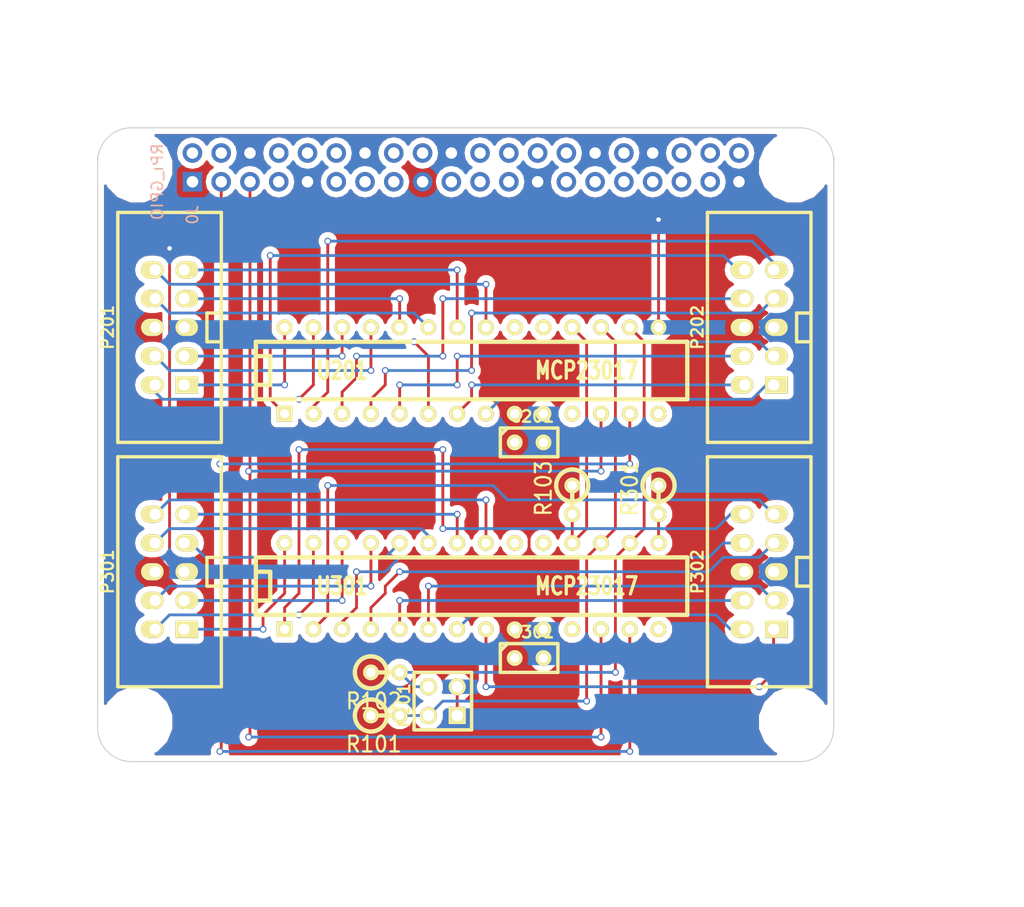
<source format=kicad_pcb>
(kicad_pcb (version 3) (host pcbnew "(22-Jun-2014 BZR 4027)-stable")

  (general
    (links 76)
    (no_connects 0)
    (area 29.28939 20.694 130.847429 101.769)
    (thickness 1.6)
    (drawings 16)
    (tracks 229)
    (zones 0)
    (modules 18)
    (nets 41)
  )

  (page USLetter)
  (title_block 
    (company "Deepwoods Software")
  )

  (layers
    (15 F.Cu signal)
    (0 B.Cu signal)
    (16 B.Adhes user)
    (17 F.Adhes user)
    (18 B.Paste user)
    (19 F.Paste user)
    (20 B.SilkS user)
    (21 F.SilkS user)
    (22 B.Mask user)
    (23 F.Mask user)
    (24 Dwgs.User user)
    (25 Cmts.User user)
    (26 Eco1.User user)
    (27 Eco2.User user)
    (28 Edge.Cuts user)
  )

  (setup
    (last_trace_width 0.25)
    (user_trace_width 0.01)
    (user_trace_width 0.02)
    (user_trace_width 0.05)
    (user_trace_width 0.1)
    (user_trace_width 0.2)
    (trace_clearance 0.2)
    (zone_clearance 0.508)
    (zone_45_only no)
    (trace_min 0.01)
    (segment_width 0.2)
    (edge_width 0.1)
    (via_size 0.6)
    (via_drill 0.4)
    (via_min_size 0.4)
    (via_min_drill 0.3)
    (uvia_size 0.3)
    (uvia_drill 0.1)
    (uvias_allowed no)
    (uvia_min_size 0.2)
    (uvia_min_drill 0.1)
    (pcb_text_width 0.3)
    (pcb_text_size 1.5 1.5)
    (mod_edge_width 0.15)
    (mod_text_size 1 1)
    (mod_text_width 0.15)
    (pad_size 2.75 2.75)
    (pad_drill 2.75)
    (pad_to_mask_clearance 0)
    (aux_axis_origin 0 0)
    (visible_elements 7FFEFFFF)
    (pcbplotparams
      (layerselection 3178497)
      (usegerberextensions false)
      (excludeedgelayer true)
      (linewidth 0.100000)
      (plotframeref false)
      (viasonmask false)
      (mode 1)
      (useauxorigin false)
      (hpglpennumber 1)
      (hpglpenspeed 20)
      (hpglpendiameter 15)
      (hpglpenoverlay 2)
      (psnegative false)
      (psa4output false)
      (plotreference true)
      (plotvalue true)
      (plotothertext true)
      (plotinvisibletext false)
      (padsonsilk false)
      (subtractmaskfromsilk false)
      (outputformat 1)
      (mirror false)
      (drillshape 0)
      (scaleselection 1)
      (outputdirectory meta/))
  )

  (net 0 "")
  (net 1 "/MCP23017 1/A0")
  (net 2 "/MCP23017 1/A1")
  (net 3 "/MCP23017 1/Reset")
  (net 4 "/MCP23017 1/SCL")
  (net 5 "/MCP23017 1/SDA")
  (net 6 3V3)
  (net 7 GND)
  (net 8 N-0000036)
  (net 9 N-0000037)
  (net 10 N-0000038)
  (net 11 N-0000039)
  (net 12 N-0000040)
  (net 13 N-0000041)
  (net 14 N-0000042)
  (net 15 N-0000043)
  (net 16 N-0000044)
  (net 17 N-0000045)
  (net 18 N-0000046)
  (net 19 N-0000047)
  (net 20 N-0000048)
  (net 21 N-0000049)
  (net 22 N-0000050)
  (net 23 N-0000051)
  (net 24 N-0000054)
  (net 25 N-0000055)
  (net 26 N-0000056)
  (net 27 N-0000057)
  (net 28 N-0000058)
  (net 29 N-0000059)
  (net 30 N-0000060)
  (net 31 N-0000061)
  (net 32 N-0000062)
  (net 33 N-0000063)
  (net 34 N-0000064)
  (net 35 N-0000065)
  (net 36 N-0000066)
  (net 37 N-0000067)
  (net 38 N-0000068)
  (net 39 N-0000069)
  (net 40 N-0000070)

  (net_class Default "This is the default net class."
    (clearance 0.2)
    (trace_width 0.25)
    (via_dia 0.6)
    (via_drill 0.4)
    (uvia_dia 0.3)
    (uvia_drill 0.1)
    (add_net "")
    (add_net "/MCP23017 1/A0")
    (add_net "/MCP23017 1/A1")
    (add_net "/MCP23017 1/Reset")
    (add_net "/MCP23017 1/SCL")
    (add_net "/MCP23017 1/SDA")
    (add_net 3V3)
    (add_net GND)
    (add_net N-0000036)
    (add_net N-0000037)
    (add_net N-0000038)
    (add_net N-0000039)
    (add_net N-0000040)
    (add_net N-0000041)
    (add_net N-0000042)
    (add_net N-0000043)
    (add_net N-0000044)
    (add_net N-0000045)
    (add_net N-0000046)
    (add_net N-0000047)
    (add_net N-0000048)
    (add_net N-0000049)
    (add_net N-0000050)
    (add_net N-0000051)
    (add_net N-0000054)
    (add_net N-0000055)
    (add_net N-0000056)
    (add_net N-0000057)
    (add_net N-0000058)
    (add_net N-0000059)
    (add_net N-0000060)
    (add_net N-0000061)
    (add_net N-0000062)
    (add_net N-0000063)
    (add_net N-0000064)
    (add_net N-0000065)
    (add_net N-0000066)
    (add_net N-0000067)
    (add_net N-0000068)
    (add_net N-0000069)
    (add_net N-0000070)
  )

  (module RPi_Hat:Pin_Header_Straight_2x20   locked (layer B.Cu) (tedit 580FA54B) (tstamp 5516AEA0)
    (at 70.601 35.394 90)
    (descr "Through hole pin header")
    (tags "pin header")
    (path /5516AE26)
    (fp_text reference J0 (at -4.191 -24.13 90) (layer B.SilkS)
      (effects (font (size 1 1) (thickness 0.15)) (justify mirror))
    )
    (fp_text value RPi_GPIO (at -1.27 -27.23 90) (layer B.SilkS)
      (effects (font (size 1 1) (thickness 0.15)) (justify mirror))
    )
    (fp_line (start -3.02 -25.88) (end -3.02 25.92) (layer Cmts.User) (width 0.05))
    (fp_line (start 3.03 -25.88) (end 3.03 25.92) (layer Cmts.User) (width 0.05))
    (fp_line (start -3.02 -25.88) (end 3.03 -25.88) (layer Cmts.User) (width 0.05))
    (fp_line (start -3.02 25.92) (end 3.03 25.92) (layer Cmts.User) (width 0.05))
    (fp_line (start 2.54 25.4) (end 2.54 -25.4) (layer Cmts.User) (width 0.15))
    (fp_line (start -2.54 -22.86) (end -2.54 25.4) (layer Cmts.User) (width 0.15))
    (fp_line (start 2.54 25.4) (end -2.54 25.4) (layer Cmts.User) (width 0.15))
    (fp_line (start 2.54 -25.4) (end 0 -25.4) (layer Cmts.User) (width 0.15))
    (fp_line (start -1.27 -25.68) (end -2.82 -25.68) (layer Cmts.User) (width 0.15))
    (fp_line (start 0 -25.4) (end 0 -22.86) (layer Cmts.User) (width 0.15))
    (fp_line (start 0 -22.86) (end -2.54 -22.86) (layer Cmts.User) (width 0.15))
    (fp_line (start -2.82 -25.68) (end -2.82 -24.13) (layer Cmts.User) (width 0.15))
    (pad 1 thru_hole rect (at -1.27 -24.13 90) (size 1.7272 1.7272) (drill 1.016)
      (layers *.Cu *.Mask)
      (net 6 3V3)
    )
    (pad 2 thru_hole oval (at 1.27 -24.13 90) (size 1.7272 1.7272) (drill 1.016)
      (layers *.Cu *.Mask)
    )
    (pad 3 thru_hole oval (at -1.27 -21.59 90) (size 1.7272 1.7272) (drill 1.016)
      (layers *.Cu *.Mask)
      (net 5 "/MCP23017 1/SDA")
    )
    (pad 4 thru_hole oval (at 1.27 -21.59 90) (size 1.7272 1.7272) (drill 1.016)
      (layers *.Cu *.Mask)
    )
    (pad 5 thru_hole oval (at -1.27 -19.05 90) (size 1.7272 1.7272) (drill 1.016)
      (layers *.Cu *.Mask)
      (net 4 "/MCP23017 1/SCL")
    )
    (pad 6 thru_hole oval (at 1.27 -19.05 90) (size 1.7272 1.7272) (drill 1.016)
      (layers *.Cu *.Mask)
      (net 7 GND)
    )
    (pad 7 thru_hole oval (at -1.27 -16.51 90) (size 1.7272 1.7272) (drill 1.016)
      (layers *.Cu *.Mask)
    )
    (pad 8 thru_hole oval (at 1.27 -16.51 90) (size 1.7272 1.7272) (drill 1.016)
      (layers *.Cu *.Mask)
    )
    (pad 9 thru_hole oval (at -1.27 -13.97 90) (size 1.7272 1.7272) (drill 1.016)
      (layers *.Cu *.Mask)
      (net 7 GND)
    )
    (pad 10 thru_hole oval (at 1.27 -13.97 90) (size 1.7272 1.7272) (drill 1.016)
      (layers *.Cu *.Mask)
    )
    (pad 11 thru_hole oval (at -1.27 -11.43 90) (size 1.7272 1.7272) (drill 1.016)
      (layers *.Cu *.Mask)
    )
    (pad 12 thru_hole oval (at 1.27 -11.43 90) (size 1.7272 1.7272) (drill 1.016)
      (layers *.Cu *.Mask)
    )
    (pad 13 thru_hole oval (at -1.27 -8.89 90) (size 1.7272 1.7272) (drill 1.016)
      (layers *.Cu *.Mask)
    )
    (pad 14 thru_hole oval (at 1.27 -8.89 90) (size 1.7272 1.7272) (drill 1.016)
      (layers *.Cu *.Mask)
      (net 7 GND)
    )
    (pad 15 thru_hole oval (at -1.27 -6.35 90) (size 1.7272 1.7272) (drill 1.016)
      (layers *.Cu *.Mask)
    )
    (pad 16 thru_hole oval (at 1.27 -6.35 90) (size 1.7272 1.7272) (drill 1.016)
      (layers *.Cu *.Mask)
    )
    (pad 17 thru_hole oval (at -1.27 -3.81 90) (size 1.7272 1.7272) (drill 1.016)
      (layers *.Cu *.Mask)
      (net 6 3V3)
    )
    (pad 18 thru_hole oval (at 1.27 -3.81 90) (size 1.7272 1.7272) (drill 1.016)
      (layers *.Cu *.Mask)
    )
    (pad 19 thru_hole oval (at -1.27 -1.27 90) (size 1.7272 1.7272) (drill 1.016)
      (layers *.Cu *.Mask)
    )
    (pad 20 thru_hole oval (at 1.27 -1.27 90) (size 1.7272 1.7272) (drill 1.016)
      (layers *.Cu *.Mask)
      (net 7 GND)
    )
    (pad 21 thru_hole oval (at -1.27 1.27 90) (size 1.7272 1.7272) (drill 1.016)
      (layers *.Cu *.Mask)
    )
    (pad 22 thru_hole oval (at 1.27 1.27 90) (size 1.7272 1.7272) (drill 1.016)
      (layers *.Cu *.Mask)
    )
    (pad 23 thru_hole oval (at -1.27 3.81 90) (size 1.7272 1.7272) (drill 1.016)
      (layers *.Cu *.Mask)
    )
    (pad 24 thru_hole oval (at 1.27 3.81 90) (size 1.7272 1.7272) (drill 1.016)
      (layers *.Cu *.Mask)
    )
    (pad 25 thru_hole oval (at -1.27 6.35 90) (size 1.7272 1.7272) (drill 1.016)
      (layers *.Cu *.Mask)
      (net 7 GND)
    )
    (pad 26 thru_hole oval (at 1.27 6.35 90) (size 1.7272 1.7272) (drill 1.016)
      (layers *.Cu *.Mask)
    )
    (pad 27 thru_hole oval (at -1.27 8.89 90) (size 1.7272 1.7272) (drill 1.016)
      (layers *.Cu *.Mask)
    )
    (pad 28 thru_hole oval (at 1.27 8.89 90) (size 1.7272 1.7272) (drill 1.016)
      (layers *.Cu *.Mask)
    )
    (pad 29 thru_hole oval (at -1.27 11.43 90) (size 1.7272 1.7272) (drill 1.016)
      (layers *.Cu *.Mask)
    )
    (pad 30 thru_hole oval (at 1.27 11.43 90) (size 1.7272 1.7272) (drill 1.016)
      (layers *.Cu *.Mask)
      (net 7 GND)
    )
    (pad 31 thru_hole oval (at -1.27 13.97 90) (size 1.7272 1.7272) (drill 1.016)
      (layers *.Cu *.Mask)
    )
    (pad 32 thru_hole oval (at 1.27 13.97 90) (size 1.7272 1.7272) (drill 1.016)
      (layers *.Cu *.Mask)
    )
    (pad 33 thru_hole oval (at -1.27 16.51 90) (size 1.7272 1.7272) (drill 1.016)
      (layers *.Cu *.Mask)
    )
    (pad 34 thru_hole oval (at 1.27 16.51 90) (size 1.7272 1.7272) (drill 1.016)
      (layers *.Cu *.Mask)
      (net 7 GND)
    )
    (pad 35 thru_hole oval (at -1.27 19.05 90) (size 1.7272 1.7272) (drill 1.016)
      (layers *.Cu *.Mask)
    )
    (pad 36 thru_hole oval (at 1.27 19.05 90) (size 1.7272 1.7272) (drill 1.016)
      (layers *.Cu *.Mask)
    )
    (pad 37 thru_hole oval (at -1.27 21.59 90) (size 1.7272 1.7272) (drill 1.016)
      (layers *.Cu *.Mask)
    )
    (pad 38 thru_hole oval (at 1.27 21.59 90) (size 1.7272 1.7272) (drill 1.016)
      (layers *.Cu *.Mask)
    )
    (pad 39 thru_hole oval (at -1.27 24.13 90) (size 1.7272 1.7272) (drill 1.016)
      (layers *.Cu *.Mask)
      (net 7 GND)
    )
    (pad 40 thru_hole oval (at 1.27 24.13 90) (size 1.7272 1.7272) (drill 1.016)
      (layers *.Cu *.Mask)
    )
    (model walter/pin_strip/pin_socket_20x2.wrl
      (at (xyz 0 0 0))
      (scale (xyz 1 1 1))
      (rotate (xyz 0 0 90))
    )
    (model walter/pin_strip/pin_strip_20x2.wrl
      (at (xyz 0 0 0.03125))
      (scale (xyz 1 1 1))
      (rotate (xyz 180 0 90))
    )
  )

  (module RPi_Hat:RPi_Hat_Mounting_Hole   locked (layer B.Cu) (tedit 580FABD5) (tstamp 5515DEA9)
    (at 99.601 35.394)
    (descr "Mounting hole, Befestigungsbohrung, 2,7mm, No Annular, Kein Restring,")
    (tags "Mounting hole, Befestigungsbohrung, 2,7mm, No Annular, Kein Restring,")
    (fp_text reference H2 (at 0 -4.0005) (layer B.SilkS) hide
      (effects (font (size 1 1) (thickness 0.15)) (justify mirror))
    )
    (fp_text value "" (at 0.09906 3.59918) (layer B.SilkS) hide
      (effects (font (size 1 1) (thickness 0.15)) (justify mirror))
    )
    (fp_circle (center 0 0) (end 1.375 0) (layer Cmts.User) (width 0.15))
    (fp_circle (center 0 0) (end 3.1 0) (layer Cmts.User) (width 0.15))
    (fp_circle (center 0 0) (end 3.1 0) (layer Cmts.User) (width 0.15))
    (fp_circle (center 0 0) (end 1.375 0) (layer Cmts.User) (width 0.15))
    (fp_circle (center 0 0) (end 3.1 0) (layer Cmts.User) (width 0.15))
    (fp_circle (center 0 0) (end 3.1 0) (layer Cmts.User) (width 0.15))
    (pad "" np_thru_hole circle (at 0 0) (size 2.75 2.75) (drill 2.75)
      (layers *.Cu *.Mask)
      (solder_mask_margin 1.725)
      (clearance 1.725)
    )
  )

  (module RPi_Hat:RPi_Hat_Mounting_Hole   locked (layer B.Cu) (tedit 580FABF4) (tstamp 55169DC9)
    (at 99.601 84.394)
    (descr "Mounting hole, Befestigungsbohrung, 2,7mm, No Annular, Kein Restring,")
    (tags "Mounting hole, Befestigungsbohrung, 2,7mm, No Annular, Kein Restring,")
    (fp_text reference H4 (at 0 -4.0005) (layer B.SilkS) hide
      (effects (font (size 1 1) (thickness 0.15)) (justify mirror))
    )
    (fp_text value "" (at 0.09906 3.59918) (layer B.SilkS) hide
      (effects (font (size 1 1) (thickness 0.15)) (justify mirror))
    )
    (fp_circle (center 0 0) (end 1.375 0) (layer Cmts.User) (width 0.15))
    (fp_circle (center 0 0) (end 3.1 0) (layer Cmts.User) (width 0.15))
    (fp_circle (center 0 0) (end 3.1 0) (layer Cmts.User) (width 0.15))
    (fp_circle (center 0 0) (end 1.375 0) (layer Cmts.User) (width 0.15))
    (fp_circle (center 0 0) (end 3.1 0) (layer Cmts.User) (width 0.15))
    (fp_circle (center 0 0) (end 3.1 0) (layer Cmts.User) (width 0.15))
    (pad "" np_thru_hole circle (at 0 0) (size 2.75 2.75) (drill 2.75)
      (layers *.Cu *.Mask)
      (solder_mask_margin 1.725)
      (clearance 1.725)
    )
  )

  (module RPi_Hat:RPi_Hat_Mounting_Hole   locked (layer B.Cu) (tedit 580FABE5) (tstamp 5515DECC)
    (at 41.601 84.394)
    (descr "Mounting hole, Befestigungsbohrung, 2,7mm, No Annular, Kein Restring,")
    (tags "Mounting hole, Befestigungsbohrung, 2,7mm, No Annular, Kein Restring,")
    (fp_text reference H3 (at 0 -4.0005) (layer B.SilkS) hide
      (effects (font (size 1 1) (thickness 0.15)) (justify mirror))
    )
    (fp_text value "" (at 0.09906 3.59918) (layer B.SilkS) hide
      (effects (font (size 1 1) (thickness 0.15)) (justify mirror))
    )
    (fp_circle (center 0 0) (end 1.375 0) (layer Cmts.User) (width 0.15))
    (fp_circle (center 0 0) (end 3.1 0) (layer Cmts.User) (width 0.15))
    (fp_circle (center 0 0) (end 3.1 0) (layer Cmts.User) (width 0.15))
    (fp_circle (center 0 0) (end 1.375 0) (layer Cmts.User) (width 0.15))
    (fp_circle (center 0 0) (end 3.1 0) (layer Cmts.User) (width 0.15))
    (fp_circle (center 0 0) (end 3.1 0) (layer Cmts.User) (width 0.15))
    (pad "" np_thru_hole circle (at 0 0) (size 2.75 2.75) (drill 2.75)
      (layers *.Cu *.Mask)
      (solder_mask_margin 1.725)
      (clearance 1.725)
    )
  )

  (module RPi_Hat:RPi_Hat_Mounting_Hole   locked (layer B.Cu) (tedit 580FABC5) (tstamp 5515DEBF)
    (at 41.601 35.394)
    (descr "Mounting hole, Befestigungsbohrung, 2,7mm, No Annular, Kein Restring,")
    (tags "Mounting hole, Befestigungsbohrung, 2,7mm, No Annular, Kein Restring,")
    (fp_text reference H1 (at 0 -4.0005) (layer B.SilkS) hide
      (effects (font (size 1 1) (thickness 0.15)) (justify mirror))
    )
    (fp_text value "" (at 0.09906 3.59918) (layer B.SilkS) hide
      (effects (font (size 1 1) (thickness 0.15)) (justify mirror))
    )
    (fp_circle (center 0 0) (end 1.375 0) (layer Cmts.User) (width 0.15))
    (fp_circle (center 0 0) (end 3.1 0) (layer Cmts.User) (width 0.15))
    (fp_circle (center 0 0) (end 3.1 0) (layer Cmts.User) (width 0.15))
    (fp_circle (center 0 0) (end 1.375 0) (layer Cmts.User) (width 0.15))
    (fp_circle (center 0 0) (end 3.1 0) (layer Cmts.User) (width 0.15))
    (fp_circle (center 0 0) (end 3.1 0) (layer Cmts.User) (width 0.15))
    (pad "" np_thru_hole circle (at 0 0) (size 2.75 2.75) (drill 2.75)
      (layers *.Cu *.Mask)
      (solder_mask_margin 1.725)
      (clearance 1.725)
    )
  )

  (module R1 (layer F.Cu) (tedit 200000) (tstamp 5CA8BBA9)
    (at 63.5 83.82)
    (descr "Resistance verticale")
    (tags R)
    (path /5CA8C1FC)
    (autoplace_cost90 10)
    (autoplace_cost180 10)
    (fp_text reference R101 (at -1.016 2.54) (layer F.SilkS)
      (effects (font (size 1.397 1.27) (thickness 0.2032)))
    )
    (fp_text value "10K Ohms" (at -1.143 2.54) (layer F.SilkS) hide
      (effects (font (size 1.397 1.27) (thickness 0.2032)))
    )
    (fp_line (start -1.27 0) (end 1.27 0) (layer F.SilkS) (width 0.381))
    (fp_circle (center -1.27 0) (end -0.635 1.27) (layer F.SilkS) (width 0.381))
    (pad 1 thru_hole circle (at -1.27 0) (size 1.397 1.397) (drill 0.8128)
      (layers *.Cu *.Mask F.SilkS)
      (net 6 3V3)
    )
    (pad 2 thru_hole circle (at 1.27 0) (size 1.397 1.397) (drill 0.8128)
      (layers *.Cu *.Mask F.SilkS)
      (net 2 "/MCP23017 1/A1")
    )
    (model discret/verti_resistor.wrl
      (at (xyz 0 0 0))
      (scale (xyz 1 1 1))
      (rotate (xyz 0 0 0))
    )
  )

  (module R1 (layer F.Cu) (tedit 200000) (tstamp 5CA8BBB1)
    (at 63.5 80.01)
    (descr "Resistance verticale")
    (tags R)
    (path /5CA8C251)
    (autoplace_cost90 10)
    (autoplace_cost180 10)
    (fp_text reference R102 (at -1.016 2.54) (layer F.SilkS)
      (effects (font (size 1.397 1.27) (thickness 0.2032)))
    )
    (fp_text value "10K Ohms" (at -1.143 2.54) (layer F.SilkS) hide
      (effects (font (size 1.397 1.27) (thickness 0.2032)))
    )
    (fp_line (start -1.27 0) (end 1.27 0) (layer F.SilkS) (width 0.381))
    (fp_circle (center -1.27 0) (end -0.635 1.27) (layer F.SilkS) (width 0.381))
    (pad 1 thru_hole circle (at -1.27 0) (size 1.397 1.397) (drill 0.8128)
      (layers *.Cu *.Mask F.SilkS)
      (net 6 3V3)
    )
    (pad 2 thru_hole circle (at 1.27 0) (size 1.397 1.397) (drill 0.8128)
      (layers *.Cu *.Mask F.SilkS)
      (net 1 "/MCP23017 1/A0")
    )
    (model discret/verti_resistor.wrl
      (at (xyz 0 0 0))
      (scale (xyz 1 1 1))
      (rotate (xyz 0 0 0))
    )
  )

  (module PIN_ARRAY_2X2 (layer F.Cu) (tedit 3FAB87D4) (tstamp 5CA8BCD3)
    (at 68.58 82.55 90)
    (descr "Double rangee de contacts 2 x 2 pins")
    (tags CONN)
    (path /5CA8BB3B)
    (fp_text reference P101 (at -0.381 -3.429 90) (layer F.SilkS)
      (effects (font (size 1.016 1.016) (thickness 0.2032)))
    )
    (fp_text value "0 1" (at 0 3.048 90) (layer F.SilkS) hide
      (effects (font (size 1.016 1.016) (thickness 0.2032)))
    )
    (fp_line (start -2.54 -2.54) (end 2.54 -2.54) (layer F.SilkS) (width 0.3048))
    (fp_line (start 2.54 -2.54) (end 2.54 2.54) (layer F.SilkS) (width 0.3048))
    (fp_line (start 2.54 2.54) (end -2.54 2.54) (layer F.SilkS) (width 0.3048))
    (fp_line (start -2.54 2.54) (end -2.54 -2.54) (layer F.SilkS) (width 0.3048))
    (pad 1 thru_hole rect (at -1.27 1.27 90) (size 1.524 1.524) (drill 1.016)
      (layers *.Cu *.Mask F.SilkS)
      (net 7 GND)
    )
    (pad 2 thru_hole circle (at -1.27 -1.27 90) (size 1.524 1.524) (drill 1.016)
      (layers *.Cu *.Mask F.SilkS)
      (net 2 "/MCP23017 1/A1")
    )
    (pad 3 thru_hole circle (at 1.27 1.27 90) (size 1.524 1.524) (drill 1.016)
      (layers *.Cu *.Mask F.SilkS)
      (net 7 GND)
    )
    (pad 4 thru_hole circle (at 1.27 -1.27 90) (size 1.524 1.524) (drill 1.016)
      (layers *.Cu *.Mask F.SilkS)
      (net 1 "/MCP23017 1/A0")
    )
    (model pin_array/pins_array_2x2.wrl
      (at (xyz 0 0 0))
      (scale (xyz 1 1 1))
      (rotate (xyz 0 0 0))
    )
  )

  (module DIP-28__300 (layer F.Cu) (tedit 200000) (tstamp 5CA8BCFA)
    (at 71.12 53.34)
    (descr "28 pins DIL package, round pads, width 300mil")
    (tags DIL)
    (path /5CA8B421/5CA8B48F)
    (fp_text reference U201 (at -11.43 0) (layer F.SilkS)
      (effects (font (size 1.524 1.143) (thickness 0.3048)))
    )
    (fp_text value MCP23017 (at 10.16 0) (layer F.SilkS)
      (effects (font (size 1.524 1.143) (thickness 0.3048)))
    )
    (fp_line (start -19.05 -2.54) (end 19.05 -2.54) (layer F.SilkS) (width 0.381))
    (fp_line (start 19.05 -2.54) (end 19.05 2.54) (layer F.SilkS) (width 0.381))
    (fp_line (start 19.05 2.54) (end -19.05 2.54) (layer F.SilkS) (width 0.381))
    (fp_line (start -19.05 2.54) (end -19.05 -2.54) (layer F.SilkS) (width 0.381))
    (fp_line (start -19.05 -1.27) (end -17.78 -1.27) (layer F.SilkS) (width 0.381))
    (fp_line (start -17.78 -1.27) (end -17.78 1.27) (layer F.SilkS) (width 0.381))
    (fp_line (start -17.78 1.27) (end -19.05 1.27) (layer F.SilkS) (width 0.381))
    (pad 2 thru_hole circle (at -13.97 3.81) (size 1.397 1.397) (drill 0.8128)
      (layers *.Cu *.Mask F.SilkS)
      (net 20 N-0000048)
    )
    (pad 3 thru_hole circle (at -11.43 3.81) (size 1.397 1.397) (drill 0.8128)
      (layers *.Cu *.Mask F.SilkS)
      (net 19 N-0000047)
    )
    (pad 4 thru_hole circle (at -8.89 3.81) (size 1.397 1.397) (drill 0.8128)
      (layers *.Cu *.Mask F.SilkS)
      (net 18 N-0000046)
    )
    (pad 5 thru_hole circle (at -6.35 3.81) (size 1.397 1.397) (drill 0.8128)
      (layers *.Cu *.Mask F.SilkS)
      (net 16 N-0000044)
    )
    (pad 6 thru_hole circle (at -3.81 3.81) (size 1.397 1.397) (drill 0.8128)
      (layers *.Cu *.Mask F.SilkS)
      (net 17 N-0000045)
    )
    (pad 7 thru_hole circle (at -1.27 3.81) (size 1.397 1.397) (drill 0.8128)
      (layers *.Cu *.Mask F.SilkS)
      (net 22 N-0000050)
    )
    (pad 8 thru_hole circle (at 1.27 3.81) (size 1.397 1.397) (drill 0.8128)
      (layers *.Cu *.Mask F.SilkS)
      (net 23 N-0000051)
    )
    (pad 9 thru_hole circle (at 3.81 3.81) (size 1.397 1.397) (drill 0.8128)
      (layers *.Cu *.Mask F.SilkS)
      (net 6 3V3)
    )
    (pad 10 thru_hole circle (at 6.35 3.81) (size 1.397 1.397) (drill 0.8128)
      (layers *.Cu *.Mask F.SilkS)
      (net 7 GND)
    )
    (pad 11 thru_hole circle (at 8.89 3.81) (size 1.397 1.397) (drill 0.8128)
      (layers *.Cu *.Mask F.SilkS)
    )
    (pad 12 thru_hole circle (at 11.43 3.81) (size 1.397 1.397) (drill 0.8128)
      (layers *.Cu *.Mask F.SilkS)
      (net 4 "/MCP23017 1/SCL")
    )
    (pad 13 thru_hole circle (at 13.97 3.81) (size 1.397 1.397) (drill 0.8128)
      (layers *.Cu *.Mask F.SilkS)
      (net 5 "/MCP23017 1/SDA")
    )
    (pad 14 thru_hole circle (at 16.51 3.81) (size 1.397 1.397) (drill 0.8128)
      (layers *.Cu *.Mask F.SilkS)
    )
    (pad 1 thru_hole rect (at -16.51 3.81) (size 1.397 1.397) (drill 0.8128)
      (layers *.Cu *.Mask F.SilkS)
      (net 21 N-0000049)
    )
    (pad 15 thru_hole circle (at 16.51 -3.81) (size 1.397 1.397) (drill 0.8128)
      (layers *.Cu *.Mask F.SilkS)
      (net 7 GND)
    )
    (pad 16 thru_hole circle (at 13.97 -3.81) (size 1.397 1.397) (drill 0.8128)
      (layers *.Cu *.Mask F.SilkS)
      (net 1 "/MCP23017 1/A0")
    )
    (pad 17 thru_hole circle (at 11.43 -3.81) (size 1.397 1.397) (drill 0.8128)
      (layers *.Cu *.Mask F.SilkS)
      (net 2 "/MCP23017 1/A1")
    )
    (pad 18 thru_hole circle (at 8.89 -3.81) (size 1.397 1.397) (drill 0.8128)
      (layers *.Cu *.Mask F.SilkS)
      (net 3 "/MCP23017 1/Reset")
    )
    (pad 19 thru_hole circle (at 6.35 -3.81) (size 1.397 1.397) (drill 0.8128)
      (layers *.Cu *.Mask F.SilkS)
    )
    (pad 20 thru_hole circle (at 3.81 -3.81) (size 1.397 1.397) (drill 0.8128)
      (layers *.Cu *.Mask F.SilkS)
    )
    (pad 21 thru_hole circle (at 1.27 -3.81) (size 1.397 1.397) (drill 0.8128)
      (layers *.Cu *.Mask F.SilkS)
      (net 9 N-0000037)
    )
    (pad 22 thru_hole circle (at -1.27 -3.81) (size 1.397 1.397) (drill 0.8128)
      (layers *.Cu *.Mask F.SilkS)
      (net 10 N-0000038)
    )
    (pad 23 thru_hole circle (at -3.81 -3.81) (size 1.397 1.397) (drill 0.8128)
      (layers *.Cu *.Mask F.SilkS)
      (net 11 N-0000039)
    )
    (pad 24 thru_hole circle (at -6.35 -3.81) (size 1.397 1.397) (drill 0.8128)
      (layers *.Cu *.Mask F.SilkS)
      (net 12 N-0000040)
    )
    (pad 25 thru_hole circle (at -8.89 -3.81) (size 1.397 1.397) (drill 0.8128)
      (layers *.Cu *.Mask F.SilkS)
      (net 8 N-0000036)
    )
    (pad 26 thru_hole circle (at -11.43 -3.81) (size 1.397 1.397) (drill 0.8128)
      (layers *.Cu *.Mask F.SilkS)
      (net 13 N-0000041)
    )
    (pad 27 thru_hole circle (at -13.97 -3.81) (size 1.397 1.397) (drill 0.8128)
      (layers *.Cu *.Mask F.SilkS)
      (net 14 N-0000042)
    )
    (pad 28 thru_hole circle (at -16.51 -3.81) (size 1.397 1.397) (drill 0.8128)
      (layers *.Cu *.Mask F.SilkS)
      (net 15 N-0000043)
    )
    (model dil/dil_28-w300.wrl
      (at (xyz 0 0 0))
      (scale (xyz 1 1 1))
      (rotate (xyz 0 0 0))
    )
  )

  (module DIP-28__300 (layer F.Cu) (tedit 200000) (tstamp 5CA8BD21)
    (at 71.12 72.39)
    (descr "28 pins DIL package, round pads, width 300mil")
    (tags DIL)
    (path /5CA8B423/5CA8D4A8)
    (fp_text reference U301 (at -11.43 0) (layer F.SilkS)
      (effects (font (size 1.524 1.143) (thickness 0.3048)))
    )
    (fp_text value MCP23017 (at 10.16 0) (layer F.SilkS)
      (effects (font (size 1.524 1.143) (thickness 0.3048)))
    )
    (fp_line (start -19.05 -2.54) (end 19.05 -2.54) (layer F.SilkS) (width 0.381))
    (fp_line (start 19.05 -2.54) (end 19.05 2.54) (layer F.SilkS) (width 0.381))
    (fp_line (start 19.05 2.54) (end -19.05 2.54) (layer F.SilkS) (width 0.381))
    (fp_line (start -19.05 2.54) (end -19.05 -2.54) (layer F.SilkS) (width 0.381))
    (fp_line (start -19.05 -1.27) (end -17.78 -1.27) (layer F.SilkS) (width 0.381))
    (fp_line (start -17.78 -1.27) (end -17.78 1.27) (layer F.SilkS) (width 0.381))
    (fp_line (start -17.78 1.27) (end -19.05 1.27) (layer F.SilkS) (width 0.381))
    (pad 2 thru_hole circle (at -13.97 3.81) (size 1.397 1.397) (drill 0.8128)
      (layers *.Cu *.Mask F.SilkS)
      (net 37 N-0000067)
    )
    (pad 3 thru_hole circle (at -11.43 3.81) (size 1.397 1.397) (drill 0.8128)
      (layers *.Cu *.Mask F.SilkS)
      (net 36 N-0000066)
    )
    (pad 4 thru_hole circle (at -8.89 3.81) (size 1.397 1.397) (drill 0.8128)
      (layers *.Cu *.Mask F.SilkS)
      (net 35 N-0000065)
    )
    (pad 5 thru_hole circle (at -6.35 3.81) (size 1.397 1.397) (drill 0.8128)
      (layers *.Cu *.Mask F.SilkS)
      (net 33 N-0000063)
    )
    (pad 6 thru_hole circle (at -3.81 3.81) (size 1.397 1.397) (drill 0.8128)
      (layers *.Cu *.Mask F.SilkS)
      (net 34 N-0000064)
    )
    (pad 7 thru_hole circle (at -1.27 3.81) (size 1.397 1.397) (drill 0.8128)
      (layers *.Cu *.Mask F.SilkS)
      (net 39 N-0000069)
    )
    (pad 8 thru_hole circle (at 1.27 3.81) (size 1.397 1.397) (drill 0.8128)
      (layers *.Cu *.Mask F.SilkS)
      (net 40 N-0000070)
    )
    (pad 9 thru_hole circle (at 3.81 3.81) (size 1.397 1.397) (drill 0.8128)
      (layers *.Cu *.Mask F.SilkS)
      (net 6 3V3)
    )
    (pad 10 thru_hole circle (at 6.35 3.81) (size 1.397 1.397) (drill 0.8128)
      (layers *.Cu *.Mask F.SilkS)
      (net 7 GND)
    )
    (pad 11 thru_hole circle (at 8.89 3.81) (size 1.397 1.397) (drill 0.8128)
      (layers *.Cu *.Mask F.SilkS)
    )
    (pad 12 thru_hole circle (at 11.43 3.81) (size 1.397 1.397) (drill 0.8128)
      (layers *.Cu *.Mask F.SilkS)
      (net 4 "/MCP23017 1/SCL")
    )
    (pad 13 thru_hole circle (at 13.97 3.81) (size 1.397 1.397) (drill 0.8128)
      (layers *.Cu *.Mask F.SilkS)
      (net 5 "/MCP23017 1/SDA")
    )
    (pad 14 thru_hole circle (at 16.51 3.81) (size 1.397 1.397) (drill 0.8128)
      (layers *.Cu *.Mask F.SilkS)
    )
    (pad 1 thru_hole rect (at -16.51 3.81) (size 1.397 1.397) (drill 0.8128)
      (layers *.Cu *.Mask F.SilkS)
      (net 38 N-0000068)
    )
    (pad 15 thru_hole circle (at 16.51 -3.81) (size 1.397 1.397) (drill 0.8128)
      (layers *.Cu *.Mask F.SilkS)
      (net 32 N-0000062)
    )
    (pad 16 thru_hole circle (at 13.97 -3.81) (size 1.397 1.397) (drill 0.8128)
      (layers *.Cu *.Mask F.SilkS)
      (net 1 "/MCP23017 1/A0")
    )
    (pad 17 thru_hole circle (at 11.43 -3.81) (size 1.397 1.397) (drill 0.8128)
      (layers *.Cu *.Mask F.SilkS)
      (net 2 "/MCP23017 1/A1")
    )
    (pad 18 thru_hole circle (at 8.89 -3.81) (size 1.397 1.397) (drill 0.8128)
      (layers *.Cu *.Mask F.SilkS)
      (net 3 "/MCP23017 1/Reset")
    )
    (pad 19 thru_hole circle (at 6.35 -3.81) (size 1.397 1.397) (drill 0.8128)
      (layers *.Cu *.Mask F.SilkS)
    )
    (pad 20 thru_hole circle (at 3.81 -3.81) (size 1.397 1.397) (drill 0.8128)
      (layers *.Cu *.Mask F.SilkS)
    )
    (pad 21 thru_hole circle (at 1.27 -3.81) (size 1.397 1.397) (drill 0.8128)
      (layers *.Cu *.Mask F.SilkS)
      (net 24 N-0000054)
    )
    (pad 22 thru_hole circle (at -1.27 -3.81) (size 1.397 1.397) (drill 0.8128)
      (layers *.Cu *.Mask F.SilkS)
      (net 25 N-0000055)
    )
    (pad 23 thru_hole circle (at -3.81 -3.81) (size 1.397 1.397) (drill 0.8128)
      (layers *.Cu *.Mask F.SilkS)
      (net 26 N-0000056)
    )
    (pad 24 thru_hole circle (at -6.35 -3.81) (size 1.397 1.397) (drill 0.8128)
      (layers *.Cu *.Mask F.SilkS)
      (net 27 N-0000057)
    )
    (pad 25 thru_hole circle (at -8.89 -3.81) (size 1.397 1.397) (drill 0.8128)
      (layers *.Cu *.Mask F.SilkS)
      (net 28 N-0000058)
    )
    (pad 26 thru_hole circle (at -11.43 -3.81) (size 1.397 1.397) (drill 0.8128)
      (layers *.Cu *.Mask F.SilkS)
      (net 29 N-0000059)
    )
    (pad 27 thru_hole circle (at -13.97 -3.81) (size 1.397 1.397) (drill 0.8128)
      (layers *.Cu *.Mask F.SilkS)
      (net 30 N-0000060)
    )
    (pad 28 thru_hole circle (at -16.51 -3.81) (size 1.397 1.397) (drill 0.8128)
      (layers *.Cu *.Mask F.SilkS)
      (net 31 N-0000061)
    )
    (model dil/dil_28-w300.wrl
      (at (xyz 0 0 0))
      (scale (xyz 1 1 1))
      (rotate (xyz 0 0 0))
    )
  )

  (module C1 (layer F.Cu) (tedit 3F92C496) (tstamp 5CA8BD2C)
    (at 76.2 59.69)
    (descr "Condensateur e = 1 pas")
    (tags C)
    (path /5CA8B421/5CA8D4AB)
    (fp_text reference C201 (at 0.254 -2.286) (layer F.SilkS)
      (effects (font (size 1.016 1.016) (thickness 0.2032)))
    )
    (fp_text value ".1 uf" (at 0 -2.286) (layer F.SilkS) hide
      (effects (font (size 1.016 1.016) (thickness 0.2032)))
    )
    (fp_line (start -2.4892 -1.27) (end 2.54 -1.27) (layer F.SilkS) (width 0.3048))
    (fp_line (start 2.54 -1.27) (end 2.54 1.27) (layer F.SilkS) (width 0.3048))
    (fp_line (start 2.54 1.27) (end -2.54 1.27) (layer F.SilkS) (width 0.3048))
    (fp_line (start -2.54 1.27) (end -2.54 -1.27) (layer F.SilkS) (width 0.3048))
    (fp_line (start -2.54 -0.635) (end -1.905 -1.27) (layer F.SilkS) (width 0.3048))
    (pad 1 thru_hole circle (at -1.27 0) (size 1.397 1.397) (drill 0.8128)
      (layers *.Cu *.Mask F.SilkS)
      (net 6 3V3)
    )
    (pad 2 thru_hole circle (at 1.27 0) (size 1.397 1.397) (drill 0.8128)
      (layers *.Cu *.Mask F.SilkS)
      (net 7 GND)
    )
    (model discret/capa_1_pas.wrl
      (at (xyz 0 0 0))
      (scale (xyz 1 1 1))
      (rotate (xyz 0 0 0))
    )
  )

  (module C1 (layer F.Cu) (tedit 3F92C496) (tstamp 5CA8BD37)
    (at 76.2 78.74)
    (descr "Condensateur e = 1 pas")
    (tags C)
    (path /5CA8B423/5CA8B4DA)
    (fp_text reference C301 (at 0.254 -2.286) (layer F.SilkS)
      (effects (font (size 1.016 1.016) (thickness 0.2032)))
    )
    (fp_text value ".1 uf" (at 0 -2.286) (layer F.SilkS) hide
      (effects (font (size 1.016 1.016) (thickness 0.2032)))
    )
    (fp_line (start -2.4892 -1.27) (end 2.54 -1.27) (layer F.SilkS) (width 0.3048))
    (fp_line (start 2.54 -1.27) (end 2.54 1.27) (layer F.SilkS) (width 0.3048))
    (fp_line (start 2.54 1.27) (end -2.54 1.27) (layer F.SilkS) (width 0.3048))
    (fp_line (start -2.54 1.27) (end -2.54 -1.27) (layer F.SilkS) (width 0.3048))
    (fp_line (start -2.54 -0.635) (end -1.905 -1.27) (layer F.SilkS) (width 0.3048))
    (pad 1 thru_hole circle (at -1.27 0) (size 1.397 1.397) (drill 0.8128)
      (layers *.Cu *.Mask F.SilkS)
      (net 6 3V3)
    )
    (pad 2 thru_hole circle (at 1.27 0) (size 1.397 1.397) (drill 0.8128)
      (layers *.Cu *.Mask F.SilkS)
      (net 7 GND)
    )
    (model discret/capa_1_pas.wrl
      (at (xyz 0 0 0))
      (scale (xyz 1 1 1))
      (rotate (xyz 0 0 0))
    )
  )

  (module vasch_strip_5x2 (layer F.Cu) (tedit 4FFC87B6) (tstamp 5CA8BDC2)
    (at 44.45 49.53 90)
    (descr "Shrouded header, 5x2pin p2.54")
    (tags "CONN DEV")
    (path /5CA8B421/5CA8B4BC)
    (fp_text reference P201 (at 0 -5.461 90) (layer F.SilkS)
      (effects (font (size 1.016 1.016) (thickness 0.2032)))
    )
    (fp_text value "GPIO 1" (at 0 5.461 90) (layer F.SilkS) hide
      (effects (font (size 1.016 0.889) (thickness 0.2032)))
    )
    (fp_line (start -10.16 -4.572) (end -10.16 4.572) (layer F.SilkS) (width 0.29972))
    (fp_line (start 10.16 -4.572) (end -10.16 -4.572) (layer F.SilkS) (width 0.29972))
    (fp_line (start 10.16 -4.572) (end 10.16 4.572) (layer F.SilkS) (width 0.29972))
    (fp_line (start -10.16 4.572) (end 10.16 4.572) (layer F.SilkS) (width 0.29972))
    (fp_line (start 1.27 4.572) (end 1.27 3.302) (layer F.SilkS) (width 0.29972))
    (fp_line (start 1.27 3.302) (end -1.27 3.302) (layer F.SilkS) (width 0.29972))
    (fp_line (start -1.27 3.302) (end -1.27 4.572) (layer F.SilkS) (width 0.29972))
    (pad 1 thru_hole rect (at -5.08 1.27 90) (size 1.524 1.99898) (drill 1.00076 (offset 0 0.24638))
      (layers *.Cu *.Mask F.SilkS)
      (net 15 N-0000043)
    )
    (pad 2 thru_hole oval (at -5.08 -1.27 90) (size 1.524 1.99898) (drill 1.00076 (offset 0 -0.24892))
      (layers *.Cu *.Mask F.SilkS)
      (net 14 N-0000042)
    )
    (pad 3 thru_hole oval (at -2.54 1.27 90) (size 1.524 1.99898) (drill 1.00076 (offset 0 0.24638))
      (layers *.Cu *.Mask F.SilkS)
      (net 13 N-0000041)
    )
    (pad 4 thru_hole oval (at -2.54 -1.27 90) (size 1.524 1.99898) (drill 1.00076 (offset 0 -0.24892))
      (layers *.Cu *.Mask F.SilkS)
      (net 8 N-0000036)
    )
    (pad 5 thru_hole oval (at 0 1.27 90) (size 1.524 1.99898) (drill 1.00076 (offset 0 0.24638))
      (layers *.Cu *.Mask F.SilkS)
      (net 7 GND)
    )
    (pad 6 thru_hole oval (at 0 -1.27 90) (size 1.524 1.99898) (drill 1.00076 (offset 0 -0.24892))
      (layers *.Cu *.Mask F.SilkS)
      (net 6 3V3)
    )
    (pad 7 thru_hole oval (at 2.54 1.27 90) (size 1.524 1.99898) (drill 1.00076 (offset 0 0.24638))
      (layers *.Cu *.Mask F.SilkS)
      (net 12 N-0000040)
    )
    (pad 8 thru_hole oval (at 2.54 -1.27 90) (size 1.524 1.99898) (drill 1.00076 (offset 0 -0.24892))
      (layers *.Cu *.Mask F.SilkS)
      (net 11 N-0000039)
    )
    (pad 9 thru_hole oval (at 5.08 1.27 90) (size 1.524 1.99898) (drill 1.00076 (offset 0 0.24638))
      (layers *.Cu *.Mask F.SilkS)
      (net 10 N-0000038)
    )
    (pad 10 thru_hole oval (at 5.08 -1.27 90) (size 1.524 1.99898) (drill 1.00076 (offset 0 -0.24892))
      (layers *.Cu *.Mask F.SilkS)
      (net 9 N-0000037)
    )
    (model walter/conn_strip/vasch_strip_5x2.wrl
      (at (xyz 0 0 0))
      (scale (xyz 1 1 1))
      (rotate (xyz 0 0 0))
    )
  )

  (module vasch_strip_5x2 (layer F.Cu) (tedit 4FFC87B6) (tstamp 5CA8BDD7)
    (at 96.52 49.53 90)
    (descr "Shrouded header, 5x2pin p2.54")
    (tags "CONN DEV")
    (path /5CA8B421/5CA8D4AA)
    (fp_text reference P202 (at 0 -5.461 90) (layer F.SilkS)
      (effects (font (size 1.016 1.016) (thickness 0.2032)))
    )
    (fp_text value "GPIO 2" (at 0 5.461 90) (layer F.SilkS) hide
      (effects (font (size 1.016 0.889) (thickness 0.2032)))
    )
    (fp_line (start -10.16 -4.572) (end -10.16 4.572) (layer F.SilkS) (width 0.29972))
    (fp_line (start 10.16 -4.572) (end -10.16 -4.572) (layer F.SilkS) (width 0.29972))
    (fp_line (start 10.16 -4.572) (end 10.16 4.572) (layer F.SilkS) (width 0.29972))
    (fp_line (start -10.16 4.572) (end 10.16 4.572) (layer F.SilkS) (width 0.29972))
    (fp_line (start 1.27 4.572) (end 1.27 3.302) (layer F.SilkS) (width 0.29972))
    (fp_line (start 1.27 3.302) (end -1.27 3.302) (layer F.SilkS) (width 0.29972))
    (fp_line (start -1.27 3.302) (end -1.27 4.572) (layer F.SilkS) (width 0.29972))
    (pad 1 thru_hole rect (at -5.08 1.27 90) (size 1.524 1.99898) (drill 1.00076 (offset 0 0.24638))
      (layers *.Cu *.Mask F.SilkS)
      (net 23 N-0000051)
    )
    (pad 2 thru_hole oval (at -5.08 -1.27 90) (size 1.524 1.99898) (drill 1.00076 (offset 0 -0.24892))
      (layers *.Cu *.Mask F.SilkS)
      (net 22 N-0000050)
    )
    (pad 3 thru_hole oval (at -2.54 1.27 90) (size 1.524 1.99898) (drill 1.00076 (offset 0 0.24638))
      (layers *.Cu *.Mask F.SilkS)
      (net 17 N-0000045)
    )
    (pad 4 thru_hole oval (at -2.54 -1.27 90) (size 1.524 1.99898) (drill 1.00076 (offset 0 -0.24892))
      (layers *.Cu *.Mask F.SilkS)
      (net 16 N-0000044)
    )
    (pad 5 thru_hole oval (at 0 1.27 90) (size 1.524 1.99898) (drill 1.00076 (offset 0 0.24638))
      (layers *.Cu *.Mask F.SilkS)
      (net 7 GND)
    )
    (pad 6 thru_hole oval (at 0 -1.27 90) (size 1.524 1.99898) (drill 1.00076 (offset 0 -0.24892))
      (layers *.Cu *.Mask F.SilkS)
      (net 6 3V3)
    )
    (pad 7 thru_hole oval (at 2.54 1.27 90) (size 1.524 1.99898) (drill 1.00076 (offset 0 0.24638))
      (layers *.Cu *.Mask F.SilkS)
      (net 18 N-0000046)
    )
    (pad 8 thru_hole oval (at 2.54 -1.27 90) (size 1.524 1.99898) (drill 1.00076 (offset 0 -0.24892))
      (layers *.Cu *.Mask F.SilkS)
      (net 19 N-0000047)
    )
    (pad 9 thru_hole oval (at 5.08 1.27 90) (size 1.524 1.99898) (drill 1.00076 (offset 0 0.24638))
      (layers *.Cu *.Mask F.SilkS)
      (net 20 N-0000048)
    )
    (pad 10 thru_hole oval (at 5.08 -1.27 90) (size 1.524 1.99898) (drill 1.00076 (offset 0 -0.24892))
      (layers *.Cu *.Mask F.SilkS)
      (net 21 N-0000049)
    )
    (model walter/conn_strip/vasch_strip_5x2.wrl
      (at (xyz 0 0 0))
      (scale (xyz 1 1 1))
      (rotate (xyz 0 0 0))
    )
  )

  (module vasch_strip_5x2 (layer F.Cu) (tedit 4FFC87B6) (tstamp 5CA8BDEC)
    (at 44.45 71.12 90)
    (descr "Shrouded header, 5x2pin p2.54")
    (tags "CONN DEV")
    (path /5CA8B423/5CA8D4A9)
    (fp_text reference P301 (at 0 -5.461 90) (layer F.SilkS)
      (effects (font (size 1.016 1.016) (thickness 0.2032)))
    )
    (fp_text value "GPIO 3" (at 0 5.461 90) (layer F.SilkS) hide
      (effects (font (size 1.016 0.889) (thickness 0.2032)))
    )
    (fp_line (start -10.16 -4.572) (end -10.16 4.572) (layer F.SilkS) (width 0.29972))
    (fp_line (start 10.16 -4.572) (end -10.16 -4.572) (layer F.SilkS) (width 0.29972))
    (fp_line (start 10.16 -4.572) (end 10.16 4.572) (layer F.SilkS) (width 0.29972))
    (fp_line (start -10.16 4.572) (end 10.16 4.572) (layer F.SilkS) (width 0.29972))
    (fp_line (start 1.27 4.572) (end 1.27 3.302) (layer F.SilkS) (width 0.29972))
    (fp_line (start 1.27 3.302) (end -1.27 3.302) (layer F.SilkS) (width 0.29972))
    (fp_line (start -1.27 3.302) (end -1.27 4.572) (layer F.SilkS) (width 0.29972))
    (pad 1 thru_hole rect (at -5.08 1.27 90) (size 1.524 1.99898) (drill 1.00076 (offset 0 0.24638))
      (layers *.Cu *.Mask F.SilkS)
      (net 31 N-0000061)
    )
    (pad 2 thru_hole oval (at -5.08 -1.27 90) (size 1.524 1.99898) (drill 1.00076 (offset 0 -0.24892))
      (layers *.Cu *.Mask F.SilkS)
      (net 30 N-0000060)
    )
    (pad 3 thru_hole oval (at -2.54 1.27 90) (size 1.524 1.99898) (drill 1.00076 (offset 0 0.24638))
      (layers *.Cu *.Mask F.SilkS)
      (net 29 N-0000059)
    )
    (pad 4 thru_hole oval (at -2.54 -1.27 90) (size 1.524 1.99898) (drill 1.00076 (offset 0 -0.24892))
      (layers *.Cu *.Mask F.SilkS)
      (net 28 N-0000058)
    )
    (pad 5 thru_hole oval (at 0 1.27 90) (size 1.524 1.99898) (drill 1.00076 (offset 0 0.24638))
      (layers *.Cu *.Mask F.SilkS)
      (net 7 GND)
    )
    (pad 6 thru_hole oval (at 0 -1.27 90) (size 1.524 1.99898) (drill 1.00076 (offset 0 -0.24892))
      (layers *.Cu *.Mask F.SilkS)
      (net 6 3V3)
    )
    (pad 7 thru_hole oval (at 2.54 1.27 90) (size 1.524 1.99898) (drill 1.00076 (offset 0 0.24638))
      (layers *.Cu *.Mask F.SilkS)
      (net 27 N-0000057)
    )
    (pad 8 thru_hole oval (at 2.54 -1.27 90) (size 1.524 1.99898) (drill 1.00076 (offset 0 -0.24892))
      (layers *.Cu *.Mask F.SilkS)
      (net 26 N-0000056)
    )
    (pad 9 thru_hole oval (at 5.08 1.27 90) (size 1.524 1.99898) (drill 1.00076 (offset 0 0.24638))
      (layers *.Cu *.Mask F.SilkS)
      (net 25 N-0000055)
    )
    (pad 10 thru_hole oval (at 5.08 -1.27 90) (size 1.524 1.99898) (drill 1.00076 (offset 0 -0.24892))
      (layers *.Cu *.Mask F.SilkS)
      (net 24 N-0000054)
    )
    (model walter/conn_strip/vasch_strip_5x2.wrl
      (at (xyz 0 0 0))
      (scale (xyz 1 1 1))
      (rotate (xyz 0 0 0))
    )
  )

  (module vasch_strip_5x2 (layer F.Cu) (tedit 4FFC87B6) (tstamp 5CA8BE01)
    (at 96.52 71.12 90)
    (descr "Shrouded header, 5x2pin p2.54")
    (tags "CONN DEV")
    (path /5CA8B423/5CA8B4CB)
    (fp_text reference P302 (at 0 -5.461 90) (layer F.SilkS)
      (effects (font (size 1.016 1.016) (thickness 0.2032)))
    )
    (fp_text value "GPIO 4" (at 0 5.461 90) (layer F.SilkS) hide
      (effects (font (size 1.016 0.889) (thickness 0.2032)))
    )
    (fp_line (start -10.16 -4.572) (end -10.16 4.572) (layer F.SilkS) (width 0.29972))
    (fp_line (start 10.16 -4.572) (end -10.16 -4.572) (layer F.SilkS) (width 0.29972))
    (fp_line (start 10.16 -4.572) (end 10.16 4.572) (layer F.SilkS) (width 0.29972))
    (fp_line (start -10.16 4.572) (end 10.16 4.572) (layer F.SilkS) (width 0.29972))
    (fp_line (start 1.27 4.572) (end 1.27 3.302) (layer F.SilkS) (width 0.29972))
    (fp_line (start 1.27 3.302) (end -1.27 3.302) (layer F.SilkS) (width 0.29972))
    (fp_line (start -1.27 3.302) (end -1.27 4.572) (layer F.SilkS) (width 0.29972))
    (pad 1 thru_hole rect (at -5.08 1.27 90) (size 1.524 1.99898) (drill 1.00076 (offset 0 0.24638))
      (layers *.Cu *.Mask F.SilkS)
      (net 40 N-0000070)
    )
    (pad 2 thru_hole oval (at -5.08 -1.27 90) (size 1.524 1.99898) (drill 1.00076 (offset 0 -0.24892))
      (layers *.Cu *.Mask F.SilkS)
      (net 39 N-0000069)
    )
    (pad 3 thru_hole oval (at -2.54 1.27 90) (size 1.524 1.99898) (drill 1.00076 (offset 0 0.24638))
      (layers *.Cu *.Mask F.SilkS)
      (net 34 N-0000064)
    )
    (pad 4 thru_hole oval (at -2.54 -1.27 90) (size 1.524 1.99898) (drill 1.00076 (offset 0 -0.24892))
      (layers *.Cu *.Mask F.SilkS)
      (net 33 N-0000063)
    )
    (pad 5 thru_hole oval (at 0 1.27 90) (size 1.524 1.99898) (drill 1.00076 (offset 0 0.24638))
      (layers *.Cu *.Mask F.SilkS)
      (net 7 GND)
    )
    (pad 6 thru_hole oval (at 0 -1.27 90) (size 1.524 1.99898) (drill 1.00076 (offset 0 -0.24892))
      (layers *.Cu *.Mask F.SilkS)
      (net 6 3V3)
    )
    (pad 7 thru_hole oval (at 2.54 1.27 90) (size 1.524 1.99898) (drill 1.00076 (offset 0 0.24638))
      (layers *.Cu *.Mask F.SilkS)
      (net 35 N-0000065)
    )
    (pad 8 thru_hole oval (at 2.54 -1.27 90) (size 1.524 1.99898) (drill 1.00076 (offset 0 -0.24892))
      (layers *.Cu *.Mask F.SilkS)
      (net 36 N-0000066)
    )
    (pad 9 thru_hole oval (at 5.08 1.27 90) (size 1.524 1.99898) (drill 1.00076 (offset 0 0.24638))
      (layers *.Cu *.Mask F.SilkS)
      (net 37 N-0000067)
    )
    (pad 10 thru_hole oval (at 5.08 -1.27 90) (size 1.524 1.99898) (drill 1.00076 (offset 0 -0.24892))
      (layers *.Cu *.Mask F.SilkS)
      (net 38 N-0000068)
    )
    (model walter/conn_strip/vasch_strip_5x2.wrl
      (at (xyz 0 0 0))
      (scale (xyz 1 1 1))
      (rotate (xyz 0 0 0))
    )
  )

  (module R1 (layer F.Cu) (tedit 200000) (tstamp 5CA8BE09)
    (at 80.01 64.77 270)
    (descr "Resistance verticale")
    (tags R)
    (path /5CA8C2BA)
    (autoplace_cost90 10)
    (autoplace_cost180 10)
    (fp_text reference R103 (at -1.016 2.54 270) (layer F.SilkS)
      (effects (font (size 1.397 1.27) (thickness 0.2032)))
    )
    (fp_text value "10K Ohms" (at -1.143 2.54 270) (layer F.SilkS) hide
      (effects (font (size 1.397 1.27) (thickness 0.2032)))
    )
    (fp_line (start -1.27 0) (end 1.27 0) (layer F.SilkS) (width 0.381))
    (fp_circle (center -1.27 0) (end -0.635 1.27) (layer F.SilkS) (width 0.381))
    (pad 1 thru_hole circle (at -1.27 0 270) (size 1.397 1.397) (drill 0.8128)
      (layers *.Cu *.Mask F.SilkS)
      (net 6 3V3)
    )
    (pad 2 thru_hole circle (at 1.27 0 270) (size 1.397 1.397) (drill 0.8128)
      (layers *.Cu *.Mask F.SilkS)
      (net 3 "/MCP23017 1/Reset")
    )
    (model discret/verti_resistor.wrl
      (at (xyz 0 0 0))
      (scale (xyz 1 1 1))
      (rotate (xyz 0 0 0))
    )
  )

  (module R1 (layer F.Cu) (tedit 200000) (tstamp 5CA8BE11)
    (at 87.63 64.77 270)
    (descr "Resistance verticale")
    (tags R)
    (path /5CA8B423/5CA8B913)
    (autoplace_cost90 10)
    (autoplace_cost180 10)
    (fp_text reference R301 (at -1.016 2.54 270) (layer F.SilkS)
      (effects (font (size 1.397 1.27) (thickness 0.2032)))
    )
    (fp_text value "10K Ohms" (at -1.143 2.54 270) (layer F.SilkS) hide
      (effects (font (size 1.397 1.27) (thickness 0.2032)))
    )
    (fp_line (start -1.27 0) (end 1.27 0) (layer F.SilkS) (width 0.381))
    (fp_circle (center -1.27 0) (end -0.635 1.27) (layer F.SilkS) (width 0.381))
    (pad 1 thru_hole circle (at -1.27 0 270) (size 1.397 1.397) (drill 0.8128)
      (layers *.Cu *.Mask F.SilkS)
      (net 6 3V3)
    )
    (pad 2 thru_hole circle (at 1.27 0 270) (size 1.397 1.397) (drill 0.8128)
      (layers *.Cu *.Mask F.SilkS)
      (net 32 N-0000062)
    )
    (model discret/verti_resistor.wrl
      (at (xyz 0 0 0))
      (scale (xyz 1 1 1))
      (rotate (xyz 0 0 0))
    )
  )

  (gr_arc (start 41.101 34.894) (end 38.101 34.894) (angle 90) (layer Edge.Cuts) (width 0.1) (tstamp 5516A6F0))
  (gr_text "Dimensions taken from\nhttps://github.com/raspberrypi/hats/blob/master/hat-board-mechanical.pdf" (at 74.601 98.394) (layer Cmts.User)
    (effects (font (size 1.5 1.5) (thickness 0.15) italic))
  )
  (dimension 56 (width 0.15) (layer Cmts.User)
    (gr_text "56 mm (Thru-hole socket J2)" (at 113.451 59.894 270) (layer Cmts.User)
      (effects (font (size 1.5 1.5) (thickness 0.15)))
    )
    (feature1 (pts (xy 104.101 87.894) (xy 114.801 87.894)))
    (feature2 (pts (xy 104.101 31.894) (xy 114.801 31.894)))
    (crossbar (pts (xy 112.101 31.894) (xy 112.101 87.894)))
    (arrow1a (pts (xy 112.101 87.894) (xy 111.514579 86.767496)))
    (arrow1b (pts (xy 112.101 87.894) (xy 112.687421 86.767496)))
    (arrow2a (pts (xy 112.101 31.894) (xy 111.514579 33.020504)))
    (arrow2b (pts (xy 112.101 31.894) (xy 112.687421 33.020504)))
  )
  (gr_arc (start 100.101 34.894) (end 100.101 31.894) (angle 90) (layer Edge.Cuts) (width 0.1) (tstamp 5516A74C))
  (gr_line (start 41.101 31.894) (end 100.101 31.894) (angle 90) (layer Edge.Cuts) (width 0.1) (tstamp 5516A726))
  (dimension 3.5 (width 0.15) (layer Cmts.User)
    (gr_text "3.5 mm" (at 46.601 91.394) (layer Cmts.User)
      (effects (font (size 1.5 1.5) (thickness 0.15)))
    )
    (feature1 (pts (xy 41.601 88.894) (xy 41.601 94.094)))
    (feature2 (pts (xy 38.101 88.894) (xy 38.101 94.094)))
    (crossbar (pts (xy 38.101 91.394) (xy 41.601 91.394)))
    (arrow1a (pts (xy 41.601 91.394) (xy 40.474496 91.980421)))
    (arrow1b (pts (xy 41.601 91.394) (xy 40.474496 90.807579)))
    (arrow2a (pts (xy 38.101 91.394) (xy 39.227504 91.980421)))
    (arrow2b (pts (xy 38.101 91.394) (xy 39.227504 90.807579)))
  )
  (dimension 3.5 (width 0.15) (layer Cmts.User) (tstamp 55169E80)
    (gr_text "3.5 mm" (at 48.351 79.644 270) (layer Cmts.User) (tstamp 55169E81)
      (effects (font (size 1.5 1.5) (thickness 0.15)))
    )
    (feature1 (pts (xy 45.101 87.894) (xy 50.801 87.894)))
    (feature2 (pts (xy 45.101 84.394) (xy 50.801 84.394)))
    (crossbar (pts (xy 48.101 84.394) (xy 48.101 87.894)))
    (arrow1a (pts (xy 48.101 87.894) (xy 47.514579 86.767496)))
    (arrow1b (pts (xy 48.101 87.894) (xy 48.687421 86.767496)))
    (arrow2a (pts (xy 48.101 84.394) (xy 47.514579 85.520504)))
    (arrow2b (pts (xy 48.101 84.394) (xy 48.687421 85.520504)))
  )
  (dimension 49 (width 0.15) (layer Cmts.User)
    (gr_text "49 mm" (at 108.450999 59.894 270) (layer Cmts.User)
      (effects (font (size 1.5 1.5) (thickness 0.15)))
    )
    (feature1 (pts (xy 104.101 84.394) (xy 109.800999 84.394)))
    (feature2 (pts (xy 104.101 35.394) (xy 109.800999 35.394)))
    (crossbar (pts (xy 107.100999 35.394) (xy 107.100999 84.394)))
    (arrow1a (pts (xy 107.100999 84.394) (xy 106.514578 83.267496)))
    (arrow1b (pts (xy 107.100999 84.394) (xy 107.68742 83.267496)))
    (arrow2a (pts (xy 107.100999 35.394) (xy 106.514578 36.520504)))
    (arrow2b (pts (xy 107.100999 35.394) (xy 107.68742 36.520504)))
  )
  (dimension 29 (width 0.15) (layer Cmts.User)
    (gr_text "29 mm" (at 56.101 43.243999) (layer Cmts.User)
      (effects (font (size 1.5 1.5) (thickness 0.15)))
    )
    (feature1 (pts (xy 70.601 39.394) (xy 70.601 44.593999)))
    (feature2 (pts (xy 41.601 39.394) (xy 41.601 44.593999)))
    (crossbar (pts (xy 41.601 41.893999) (xy 70.601 41.893999)))
    (arrow1a (pts (xy 70.601 41.893999) (xy 69.474496 42.48042)))
    (arrow1b (pts (xy 70.601 41.893999) (xy 69.474496 41.307578)))
    (arrow2a (pts (xy 41.601 41.893999) (xy 42.727504 42.48042)))
    (arrow2b (pts (xy 41.601 41.893999) (xy 42.727504 41.307578)))
  )
  (dimension 58 (width 0.15) (layer Cmts.User)
    (gr_text "58 mm" (at 70.601 26.544) (layer Cmts.User)
      (effects (font (size 1.5 1.5) (thickness 0.15)))
    )
    (feature1 (pts (xy 99.601 30.394) (xy 99.601 25.194)))
    (feature2 (pts (xy 41.601 30.394) (xy 41.601 25.194)))
    (crossbar (pts (xy 41.601 27.894) (xy 99.601 27.894)))
    (arrow1a (pts (xy 99.601 27.894) (xy 98.474496 28.480421)))
    (arrow1b (pts (xy 99.601 27.894) (xy 98.474496 27.307579)))
    (arrow2a (pts (xy 41.601 27.894) (xy 42.727504 28.480421)))
    (arrow2b (pts (xy 41.601 27.894) (xy 42.727504 27.307579)))
  )
  (dimension 65 (width 0.15) (layer Cmts.User)
    (gr_text "65 mm" (at 70.601 22.044) (layer Cmts.User)
      (effects (font (size 1.5 1.5) (thickness 0.15)))
    )
    (feature1 (pts (xy 103.101 30.394) (xy 103.101 20.694)))
    (feature2 (pts (xy 38.101 30.394) (xy 38.101 20.694)))
    (crossbar (pts (xy 38.101 23.394) (xy 103.101 23.394)))
    (arrow1a (pts (xy 103.101 23.394) (xy 101.974496 23.980421)))
    (arrow1b (pts (xy 103.101 23.394) (xy 101.974496 22.807579)))
    (arrow2a (pts (xy 38.101 23.394) (xy 39.227504 23.980421)))
    (arrow2b (pts (xy 38.101 23.394) (xy 39.227504 22.807579)))
  )
  (gr_arc (start 100.101 84.894) (end 103.101 84.894) (angle 90) (layer Edge.Cuts) (width 0.1) (tstamp 55157FFB))
  (gr_arc (start 41.101 84.894) (end 41.101 87.894) (angle 90) (layer Edge.Cuts) (width 0.1) (tstamp 55157FCE))
  (gr_line (start 38.101 34.394) (end 38.101 84.894) (layer Edge.Cuts) (width 0.1))
  (gr_line (start 41.101 87.894) (end 100.101 87.894) (angle 90) (layer Edge.Cuts) (width 0.1))
  (gr_line (start 103.101 34.394) (end 103.101 84.894) (angle 90) (layer Edge.Cuts) (width 0.1))

  (segment (start 67.31 81.28) (end 66.04 81.28) (width 0.25) (layer B.Cu) (net 1))
  (segment (start 66.04 81.28) (end 64.77 80.01) (width 0.25) (layer B.Cu) (net 1) (tstamp 5CA8C015))
  (segment (start 85.09 68.58) (end 83.82 69.85) (width 0.25) (layer F.Cu) (net 1))
  (segment (start 83.82 80.01) (end 64.77 80.01) (width 0.25) (layer B.Cu) (net 1) (tstamp 5CA8C00C))
  (via (at 83.82 80.01) (size 0.6) (layers F.Cu B.Cu) (net 1))
  (segment (start 83.82 69.85) (end 83.82 80.01) (width 0.25) (layer F.Cu) (net 1) (tstamp 5CA8BFF7))
  (segment (start 85.09 68.58) (end 86.36 67.31) (width 0.25) (layer F.Cu) (net 1))
  (segment (start 86.36 50.8) (end 85.09 49.53) (width 0.25) (layer F.Cu) (net 1) (tstamp 5CA8BECF))
  (segment (start 86.36 67.31) (end 86.36 50.8) (width 0.25) (layer F.Cu) (net 1) (tstamp 5CA8BECE))
  (segment (start 67.31 83.82) (end 68.58 82.55) (width 0.25) (layer B.Cu) (net 2))
  (segment (start 81.28 69.85) (end 82.55 68.58) (width 0.25) (layer F.Cu) (net 2) (tstamp 5CA8C039))
  (segment (start 81.28 74.93) (end 81.28 69.85) (width 0.25) (layer F.Cu) (net 2) (tstamp 5CA8C037))
  (segment (start 81.28 82.55) (end 81.28 74.93) (width 0.25) (layer F.Cu) (net 2) (tstamp 5CA8C036))
  (via (at 81.28 82.55) (size 0.6) (layers F.Cu B.Cu) (net 2))
  (segment (start 68.58 82.55) (end 81.28 82.55) (width 0.25) (layer B.Cu) (net 2) (tstamp 5CA8C01E))
  (segment (start 64.77 83.82) (end 67.31 83.82) (width 0.25) (layer B.Cu) (net 2))
  (segment (start 82.55 49.53) (end 83.82 50.8) (width 0.25) (layer F.Cu) (net 2))
  (segment (start 83.82 50.8) (end 83.82 67.31) (width 0.25) (layer F.Cu) (net 2) (tstamp 5CA8BEC9))
  (segment (start 83.82 67.31) (end 82.55 68.58) (width 0.25) (layer F.Cu) (net 2) (tstamp 5CA8BECA))
  (segment (start 80.01 68.58) (end 81.28 67.31) (width 0.25) (layer F.Cu) (net 3))
  (segment (start 81.28 50.8) (end 80.01 49.53) (width 0.25) (layer F.Cu) (net 3) (tstamp 5CA8BEC6))
  (segment (start 81.28 67.31) (end 81.28 50.8) (width 0.25) (layer F.Cu) (net 3) (tstamp 5CA8BEC5))
  (segment (start 80.01 66.04) (end 80.01 68.58) (width 0.25) (layer F.Cu) (net 3))
  (segment (start 82.55 57.15) (end 82.55 62.23) (width 0.25) (layer F.Cu) (net 4))
  (via (at 51.435 62.23) (size 0.6) (layers F.Cu B.Cu) (net 4))
  (segment (start 82.55 62.23) (end 51.435 62.23) (width 0.25) (layer B.Cu) (net 4) (tstamp 5CA8BFB1))
  (via (at 82.55 62.23) (size 0.6) (layers F.Cu B.Cu) (net 4))
  (segment (start 51.435 62.23) (end 51.551 62.23) (width 0.25) (layer F.Cu) (net 4) (tstamp 5CA8BFBF))
  (segment (start 51.551 62.23) (end 51.435 62.23) (width 0.25) (layer F.Cu) (net 4) (tstamp 5CA8BFC0))
  (segment (start 51.435 62.23) (end 51.551 62.23) (width 0.25) (layer F.Cu) (net 4) (tstamp 5CA8BFC2))
  (segment (start 51.551 36.664) (end 51.551 62.23) (width 0.25) (layer F.Cu) (net 4))
  (segment (start 51.551 62.23) (end 51.551 85.609) (width 0.25) (layer F.Cu) (net 4) (tstamp 5CA8BFC3))
  (segment (start 82.55 85.725) (end 82.55 76.2) (width 0.25) (layer F.Cu) (net 4) (tstamp 5CA8BF8F))
  (via (at 82.55 85.725) (size 0.6) (layers F.Cu B.Cu) (net 4))
  (segment (start 51.435 85.725) (end 82.55 85.725) (width 0.25) (layer B.Cu) (net 4) (tstamp 5CA8BF89))
  (via (at 51.435 85.725) (size 0.6) (layers F.Cu B.Cu) (net 4))
  (segment (start 51.551 85.609) (end 51.435 85.725) (width 0.25) (layer F.Cu) (net 4) (tstamp 5CA8BF7F))
  (segment (start 85.09 57.15) (end 85.09 61.595) (width 0.25) (layer F.Cu) (net 5))
  (segment (start 48.895 61.595) (end 49.011 61.595) (width 0.25) (layer F.Cu) (net 5) (tstamp 5CA8BF72))
  (via (at 48.895 61.595) (size 0.6) (layers F.Cu B.Cu) (net 5))
  (segment (start 85.09 61.595) (end 48.895 61.595) (width 0.25) (layer B.Cu) (net 5) (tstamp 5CA8BF58))
  (via (at 85.09 61.595) (size 0.6) (layers F.Cu B.Cu) (net 5))
  (segment (start 49.011 36.664) (end 49.011 61.595) (width 0.25) (layer F.Cu) (net 5))
  (segment (start 49.011 61.595) (end 49.011 86.879) (width 0.25) (layer F.Cu) (net 5) (tstamp 5CA8BF73))
  (segment (start 85.09 86.995) (end 85.09 76.2) (width 0.25) (layer F.Cu) (net 5) (tstamp 5CA8BF44))
  (via (at 85.09 86.995) (size 0.6) (layers F.Cu B.Cu) (net 5))
  (segment (start 48.895 86.995) (end 85.09 86.995) (width 0.25) (layer B.Cu) (net 5) (tstamp 5CA8BF37))
  (via (at 48.895 86.995) (size 0.6) (layers F.Cu B.Cu) (net 5))
  (segment (start 49.011 86.879) (end 48.895 86.995) (width 0.25) (layer F.Cu) (net 5) (tstamp 5CA8BF1E))
  (segment (start 74.93 76.2) (end 76.2 74.93) (width 0.25) (layer F.Cu) (net 6))
  (segment (start 76.2 60.96) (end 74.93 59.69) (width 0.25) (layer F.Cu) (net 6) (tstamp 5CA8C5DA))
  (segment (start 76.2 74.93) (end 76.2 60.96) (width 0.25) (layer F.Cu) (net 6) (tstamp 5CA8C5D8))
  (segment (start 44.45 50.8) (end 44.45 42.545) (width 0.25) (layer F.Cu) (net 7))
  (via (at 44.45 42.545) (size 0.6) (layers F.Cu B.Cu) (net 7))
  (segment (start 45.72 49.53) (end 44.45 50.8) (width 0.25) (layer F.Cu) (net 7))
  (segment (start 44.45 69.85) (end 45.72 71.12) (width 0.25) (layer F.Cu) (net 7) (tstamp 5CA8C682))
  (segment (start 44.45 50.8) (end 44.45 69.85) (width 0.25) (layer F.Cu) (net 7) (tstamp 5CA8C67F))
  (segment (start 87.63 49.53) (end 87.63 40.005) (width 0.25) (layer F.Cu) (net 7))
  (via (at 87.63 40.005) (size 0.6) (layers F.Cu B.Cu) (net 7))
  (segment (start 69.85 81.28) (end 69.85 83.82) (width 0.25) (layer F.Cu) (net 7))
  (segment (start 43.18 52.07) (end 44.45 53.34) (width 0.25) (layer B.Cu) (net 8))
  (segment (start 62.23 53.34) (end 62.23 49.53) (width 0.25) (layer F.Cu) (net 8) (tstamp 5CA8C0A6))
  (via (at 62.23 53.34) (size 0.6) (layers F.Cu B.Cu) (net 8))
  (segment (start 44.45 53.34) (end 62.23 53.34) (width 0.25) (layer B.Cu) (net 8) (tstamp 5CA8C09C))
  (segment (start 43.18 44.45) (end 44.45 45.72) (width 0.25) (layer B.Cu) (net 9))
  (segment (start 72.39 45.72) (end 72.39 49.53) (width 0.25) (layer F.Cu) (net 9) (tstamp 5CA8C0DF))
  (via (at 72.39 45.72) (size 0.6) (layers F.Cu B.Cu) (net 9))
  (segment (start 44.45 45.72) (end 72.39 45.72) (width 0.25) (layer B.Cu) (net 9) (tstamp 5CA8C0D6))
  (segment (start 69.85 49.53) (end 69.85 44.45) (width 0.25) (layer F.Cu) (net 10))
  (segment (start 69.85 44.45) (end 45.72 44.45) (width 0.25) (layer B.Cu) (net 10) (tstamp 5CA8C0E5))
  (via (at 69.85 44.45) (size 0.6) (layers F.Cu B.Cu) (net 10))
  (segment (start 43.18 46.99) (end 44.45 48.26) (width 0.25) (layer B.Cu) (net 11))
  (segment (start 66.04 48.26) (end 67.31 49.53) (width 0.25) (layer B.Cu) (net 11) (tstamp 5CA8C0B7))
  (segment (start 44.45 48.26) (end 66.04 48.26) (width 0.25) (layer B.Cu) (net 11) (tstamp 5CA8C0B6))
  (segment (start 45.72 46.99) (end 64.77 46.99) (width 0.25) (layer B.Cu) (net 12))
  (segment (start 64.77 46.99) (end 64.77 49.53) (width 0.25) (layer F.Cu) (net 12) (tstamp 5CA8C0C8))
  (via (at 64.77 46.99) (size 0.6) (layers F.Cu B.Cu) (net 12))
  (segment (start 59.69 49.53) (end 59.69 52.07) (width 0.25) (layer F.Cu) (net 13))
  (segment (start 59.69 52.07) (end 45.72 52.07) (width 0.25) (layer B.Cu) (net 13) (tstamp 5CA8C0AE))
  (via (at 59.69 52.07) (size 0.6) (layers F.Cu B.Cu) (net 13))
  (segment (start 43.18 54.61) (end 43.18 55.245) (width 0.25) (layer B.Cu) (net 14))
  (segment (start 57.15 54.61) (end 57.15 49.53) (width 0.25) (layer F.Cu) (net 14) (tstamp 5CA8C08A))
  (segment (start 55.88 55.88) (end 57.15 54.61) (width 0.25) (layer F.Cu) (net 14) (tstamp 5CA8C089))
  (via (at 55.88 55.88) (size 0.6) (layers F.Cu B.Cu) (net 14))
  (segment (start 43.815 55.88) (end 55.88 55.88) (width 0.25) (layer B.Cu) (net 14) (tstamp 5CA8C07A))
  (segment (start 43.18 55.245) (end 43.815 55.88) (width 0.25) (layer B.Cu) (net 14) (tstamp 5CA8C075))
  (segment (start 54.61 49.53) (end 54.61 54.61) (width 0.25) (layer F.Cu) (net 15))
  (segment (start 54.61 54.61) (end 45.72 54.61) (width 0.25) (layer B.Cu) (net 15) (tstamp 5CA8C097))
  (via (at 54.61 54.61) (size 0.6) (layers F.Cu B.Cu) (net 15))
  (segment (start 95.25 52.07) (end 69.85 52.07) (width 0.25) (layer B.Cu) (net 16))
  (segment (start 64.77 54.61) (end 64.77 57.15) (width 0.25) (layer F.Cu) (net 16) (tstamp 5CA8C277))
  (via (at 64.77 54.61) (size 0.6) (layers F.Cu B.Cu) (net 16))
  (segment (start 69.215 54.61) (end 64.77 54.61) (width 0.25) (layer B.Cu) (net 16) (tstamp 5CA8C26F))
  (segment (start 69.85 54.61) (end 69.215 54.61) (width 0.25) (layer B.Cu) (net 16) (tstamp 5CA8C26E))
  (via (at 69.85 54.61) (size 0.6) (layers F.Cu B.Cu) (net 16))
  (segment (start 69.85 52.07) (end 69.85 54.61) (width 0.25) (layer F.Cu) (net 16) (tstamp 5CA8C266))
  (via (at 69.85 52.07) (size 0.6) (layers F.Cu B.Cu) (net 16))
  (segment (start 97.79 52.07) (end 96.52 50.8) (width 0.25) (layer B.Cu) (net 17))
  (segment (start 67.31 52.07) (end 67.31 57.15) (width 0.25) (layer F.Cu) (net 17) (tstamp 5CA8C2BA))
  (segment (start 66.04 50.8) (end 67.31 52.07) (width 0.25) (layer F.Cu) (net 17) (tstamp 5CA8C2B9))
  (via (at 66.04 50.8) (size 0.6) (layers F.Cu B.Cu) (net 17))
  (segment (start 96.52 50.8) (end 66.04 50.8) (width 0.25) (layer B.Cu) (net 17) (tstamp 5CA8C2AD))
  (segment (start 97.79 46.99) (end 96.52 48.26) (width 0.25) (layer B.Cu) (net 18))
  (segment (start 62.23 55.88) (end 62.23 57.15) (width 0.25) (layer F.Cu) (net 18) (tstamp 5CA8C255))
  (segment (start 63.5 54.61) (end 62.23 55.88) (width 0.25) (layer F.Cu) (net 18) (tstamp 5CA8C252))
  (segment (start 63.5 53.34) (end 63.5 54.61) (width 0.25) (layer F.Cu) (net 18) (tstamp 5CA8C251))
  (via (at 63.5 53.34) (size 0.6) (layers F.Cu B.Cu) (net 18))
  (segment (start 71.12 53.34) (end 63.5 53.34) (width 0.25) (layer B.Cu) (net 18) (tstamp 5CA8C24A))
  (via (at 71.12 53.34) (size 0.6) (layers F.Cu B.Cu) (net 18))
  (segment (start 71.12 48.26) (end 71.12 53.34) (width 0.25) (layer F.Cu) (net 18) (tstamp 5CA8C243))
  (via (at 71.12 48.26) (size 0.6) (layers F.Cu B.Cu) (net 18))
  (segment (start 96.52 48.26) (end 71.12 48.26) (width 0.25) (layer B.Cu) (net 18) (tstamp 5CA8C232))
  (segment (start 95.25 46.99) (end 68.58 46.99) (width 0.25) (layer B.Cu) (net 19))
  (segment (start 59.69 55.245) (end 59.69 57.15) (width 0.25) (layer F.Cu) (net 19) (tstamp 5CA8C21D))
  (segment (start 60.96 53.975) (end 59.69 55.245) (width 0.25) (layer F.Cu) (net 19) (tstamp 5CA8C21A))
  (segment (start 60.96 52.07) (end 60.96 53.975) (width 0.25) (layer F.Cu) (net 19) (tstamp 5CA8C219))
  (via (at 60.96 52.07) (size 0.6) (layers F.Cu B.Cu) (net 19))
  (segment (start 68.58 52.07) (end 60.96 52.07) (width 0.25) (layer B.Cu) (net 19) (tstamp 5CA8C215))
  (via (at 68.58 52.07) (size 0.6) (layers F.Cu B.Cu) (net 19))
  (segment (start 68.58 46.99) (end 68.58 52.07) (width 0.25) (layer F.Cu) (net 19) (tstamp 5CA8C20C))
  (via (at 68.58 46.99) (size 0.6) (layers F.Cu B.Cu) (net 19))
  (segment (start 57.15 57.15) (end 57.15 56.515) (width 0.25) (layer F.Cu) (net 20))
  (segment (start 97.79 43.815) (end 97.79 44.45) (width 0.25) (layer B.Cu) (net 20) (tstamp 5CA8C1FA))
  (segment (start 95.885 41.91) (end 97.79 43.815) (width 0.25) (layer B.Cu) (net 20) (tstamp 5CA8C1F8))
  (segment (start 58.42 41.91) (end 95.885 41.91) (width 0.25) (layer B.Cu) (net 20) (tstamp 5CA8C1F7))
  (via (at 58.42 41.91) (size 0.6) (layers F.Cu B.Cu) (net 20))
  (segment (start 58.42 55.245) (end 58.42 41.91) (width 0.25) (layer F.Cu) (net 20) (tstamp 5CA8C1E2))
  (segment (start 57.15 56.515) (end 58.42 55.245) (width 0.25) (layer F.Cu) (net 20) (tstamp 5CA8C1E0))
  (segment (start 54.61 57.15) (end 53.34 55.88) (width 0.25) (layer F.Cu) (net 21))
  (segment (start 94.615 44.45) (end 95.25 44.45) (width 0.25) (layer B.Cu) (net 21) (tstamp 5CA8C1D5))
  (segment (start 93.345 43.18) (end 94.615 44.45) (width 0.25) (layer B.Cu) (net 21) (tstamp 5CA8C1CD))
  (segment (start 53.34 43.18) (end 93.345 43.18) (width 0.25) (layer B.Cu) (net 21) (tstamp 5CA8C1CC))
  (via (at 53.34 43.18) (size 0.6) (layers F.Cu B.Cu) (net 21))
  (segment (start 53.34 55.88) (end 53.34 43.18) (width 0.25) (layer F.Cu) (net 21) (tstamp 5CA8C1C3))
  (segment (start 95.25 54.61) (end 71.12 54.61) (width 0.25) (layer B.Cu) (net 22))
  (segment (start 71.12 55.88) (end 69.85 57.15) (width 0.25) (layer F.Cu) (net 22) (tstamp 5CA8C2D3))
  (segment (start 71.12 54.61) (end 71.12 55.88) (width 0.25) (layer F.Cu) (net 22) (tstamp 5CA8C2D2))
  (via (at 71.12 54.61) (size 0.6) (layers F.Cu B.Cu) (net 22))
  (segment (start 97.79 54.61) (end 97.155 54.61) (width 0.25) (layer B.Cu) (net 23))
  (segment (start 73.66 55.88) (end 72.39 57.15) (width 0.25) (layer B.Cu) (net 23) (tstamp 5CA8C2E7))
  (segment (start 95.885 55.88) (end 73.66 55.88) (width 0.25) (layer B.Cu) (net 23) (tstamp 5CA8C2E1))
  (segment (start 97.155 54.61) (end 95.885 55.88) (width 0.25) (layer B.Cu) (net 23) (tstamp 5CA8C2DE))
  (segment (start 72.39 68.58) (end 72.39 64.77) (width 0.25) (layer F.Cu) (net 24))
  (segment (start 44.45 64.77) (end 43.18 66.04) (width 0.25) (layer B.Cu) (net 24) (tstamp 5CA8C118))
  (segment (start 72.39 64.77) (end 44.45 64.77) (width 0.25) (layer B.Cu) (net 24) (tstamp 5CA8C117))
  (via (at 72.39 64.77) (size 0.6) (layers F.Cu B.Cu) (net 24))
  (segment (start 45.72 66.04) (end 69.85 66.04) (width 0.25) (layer B.Cu) (net 25))
  (segment (start 69.85 66.04) (end 69.85 68.58) (width 0.25) (layer F.Cu) (net 25) (tstamp 5CA8C125))
  (via (at 69.85 66.04) (size 0.6) (layers F.Cu B.Cu) (net 25))
  (segment (start 67.31 68.58) (end 67.31 67.945) (width 0.25) (layer B.Cu) (net 26))
  (segment (start 44.45 67.31) (end 43.18 68.58) (width 0.25) (layer B.Cu) (net 26) (tstamp 5CA8C140))
  (segment (start 66.675 67.31) (end 44.45 67.31) (width 0.25) (layer B.Cu) (net 26) (tstamp 5CA8C13C))
  (segment (start 67.31 67.945) (end 66.675 67.31) (width 0.25) (layer B.Cu) (net 26) (tstamp 5CA8C139))
  (segment (start 45.72 68.58) (end 46.355 68.58) (width 0.25) (layer B.Cu) (net 27))
  (segment (start 63.5 69.85) (end 64.77 68.58) (width 0.25) (layer B.Cu) (net 27) (tstamp 5CA8C154))
  (segment (start 47.625 69.85) (end 63.5 69.85) (width 0.25) (layer B.Cu) (net 27) (tstamp 5CA8C14C))
  (segment (start 46.355 68.58) (end 47.625 69.85) (width 0.25) (layer B.Cu) (net 27) (tstamp 5CA8C145))
  (segment (start 43.18 73.66) (end 44.45 72.39) (width 0.25) (layer B.Cu) (net 28))
  (segment (start 62.23 72.39) (end 62.23 68.58) (width 0.25) (layer F.Cu) (net 28) (tstamp 5CA8C167))
  (via (at 62.23 72.39) (size 0.6) (layers F.Cu B.Cu) (net 28))
  (segment (start 44.45 72.39) (end 62.23 72.39) (width 0.25) (layer B.Cu) (net 28) (tstamp 5CA8C15F))
  (segment (start 59.69 68.58) (end 59.69 73.66) (width 0.25) (layer F.Cu) (net 29))
  (segment (start 59.69 73.66) (end 45.72 73.66) (width 0.25) (layer B.Cu) (net 29) (tstamp 5CA8C175))
  (via (at 59.69 73.66) (size 0.6) (layers F.Cu B.Cu) (net 29))
  (segment (start 43.18 76.2) (end 44.45 74.93) (width 0.25) (layer B.Cu) (net 30))
  (segment (start 57.15 73.66) (end 57.15 68.58) (width 0.25) (layer F.Cu) (net 30) (tstamp 5CA8C185))
  (segment (start 55.88 74.93) (end 57.15 73.66) (width 0.25) (layer F.Cu) (net 30) (tstamp 5CA8C184))
  (via (at 55.88 74.93) (size 0.6) (layers F.Cu B.Cu) (net 30))
  (segment (start 44.45 74.93) (end 55.88 74.93) (width 0.25) (layer B.Cu) (net 30) (tstamp 5CA8C17B))
  (segment (start 54.61 68.58) (end 54.61 73.025) (width 0.25) (layer F.Cu) (net 31))
  (segment (start 52.705 76.2) (end 45.72 76.2) (width 0.25) (layer B.Cu) (net 31) (tstamp 5CA8C19B))
  (via (at 52.705 76.2) (size 0.6) (layers F.Cu B.Cu) (net 31))
  (segment (start 52.705 74.93) (end 52.705 76.2) (width 0.25) (layer F.Cu) (net 31) (tstamp 5CA8C197))
  (segment (start 54.61 73.025) (end 52.705 74.93) (width 0.25) (layer F.Cu) (net 31) (tstamp 5CA8C189))
  (segment (start 87.63 66.04) (end 87.63 68.58) (width 0.25) (layer F.Cu) (net 32))
  (segment (start 95.25 73.66) (end 64.77 73.66) (width 0.25) (layer B.Cu) (net 33))
  (segment (start 64.77 73.66) (end 64.77 76.2) (width 0.25) (layer F.Cu) (net 33) (tstamp 5CA8C499))
  (via (at 64.77 73.66) (size 0.6) (layers F.Cu B.Cu) (net 33))
  (segment (start 97.79 73.66) (end 96.52 72.39) (width 0.25) (layer B.Cu) (net 34))
  (segment (start 67.31 72.39) (end 67.31 76.2) (width 0.25) (layer F.Cu) (net 34) (tstamp 5CA8C4EA))
  (via (at 67.31 72.39) (size 0.6) (layers F.Cu B.Cu) (net 34))
  (segment (start 96.52 72.39) (end 67.31 72.39) (width 0.25) (layer B.Cu) (net 34) (tstamp 5CA8C4E0))
  (segment (start 97.79 68.58) (end 96.52 69.85) (width 0.25) (layer B.Cu) (net 35))
  (segment (start 62.23 74.295) (end 62.23 76.2) (width 0.25) (layer F.Cu) (net 35) (tstamp 5CA8C480))
  (segment (start 63.5 73.025) (end 62.23 74.295) (width 0.25) (layer F.Cu) (net 35) (tstamp 5CA8C47D))
  (segment (start 63.5 72.39) (end 63.5 73.025) (width 0.25) (layer F.Cu) (net 35) (tstamp 5CA8C47C))
  (segment (start 64.77 71.12) (end 63.5 72.39) (width 0.25) (layer F.Cu) (net 35) (tstamp 5CA8C47B))
  (via (at 64.77 71.12) (size 0.6) (layers F.Cu B.Cu) (net 35))
  (segment (start 92.075 71.12) (end 64.77 71.12) (width 0.25) (layer B.Cu) (net 35) (tstamp 5CA8C46B))
  (segment (start 93.345 69.85) (end 92.075 71.12) (width 0.25) (layer B.Cu) (net 35) (tstamp 5CA8C468))
  (segment (start 96.52 69.85) (end 93.345 69.85) (width 0.25) (layer B.Cu) (net 35) (tstamp 5CA8C466))
  (segment (start 95.25 68.58) (end 93.345 68.58) (width 0.25) (layer B.Cu) (net 36))
  (segment (start 59.69 75.565) (end 59.69 76.2) (width 0.25) (layer F.Cu) (net 36) (tstamp 5CA8C45F))
  (segment (start 60.96 74.295) (end 59.69 75.565) (width 0.25) (layer F.Cu) (net 36) (tstamp 5CA8C45E))
  (segment (start 60.96 71.12) (end 60.96 74.295) (width 0.25) (layer F.Cu) (net 36) (tstamp 5CA8C45D))
  (via (at 60.96 71.12) (size 0.6) (layers F.Cu B.Cu) (net 36))
  (segment (start 63.5 71.12) (end 60.96 71.12) (width 0.25) (layer B.Cu) (net 36) (tstamp 5CA8C454))
  (segment (start 64.77 69.85) (end 63.5 71.12) (width 0.25) (layer B.Cu) (net 36) (tstamp 5CA8C44E))
  (segment (start 92.075 69.85) (end 64.77 69.85) (width 0.25) (layer B.Cu) (net 36) (tstamp 5CA8C425))
  (segment (start 93.345 68.58) (end 92.075 69.85) (width 0.25) (layer B.Cu) (net 36) (tstamp 5CA8C41B))
  (segment (start 58.42 63.5) (end 58.42 74.93) (width 0.25) (layer F.Cu) (net 37))
  (segment (start 96.52 64.77) (end 74.295 64.77) (width 0.25) (layer B.Cu) (net 37) (tstamp 5CA8C338))
  (segment (start 74.295 64.77) (end 73.66 64.135) (width 0.25) (layer B.Cu) (net 37) (tstamp 5CA8C358))
  (segment (start 73.66 64.135) (end 73.025 63.5) (width 0.25) (layer B.Cu) (net 37) (tstamp 5CA8C361))
  (segment (start 73.025 63.5) (end 58.42 63.5) (width 0.25) (layer B.Cu) (net 37) (tstamp 5CA8C365))
  (via (at 58.42 63.5) (size 0.6) (layers F.Cu B.Cu) (net 37))
  (segment (start 97.79 66.04) (end 96.52 64.77) (width 0.25) (layer B.Cu) (net 37))
  (segment (start 58.42 74.93) (end 57.15 76.2) (width 0.25) (layer F.Cu) (net 37) (tstamp 5CA8C3B9))
  (segment (start 95.25 66.04) (end 93.98 66.04) (width 0.25) (layer B.Cu) (net 38))
  (segment (start 54.61 74.295) (end 54.61 76.2) (width 0.25) (layer F.Cu) (net 38) (tstamp 5CA8C40B))
  (segment (start 55.88 73.025) (end 54.61 74.295) (width 0.25) (layer F.Cu) (net 38) (tstamp 5CA8C401))
  (segment (start 55.88 60.325) (end 55.88 73.025) (width 0.25) (layer F.Cu) (net 38) (tstamp 5CA8C400))
  (via (at 55.88 60.325) (size 0.6) (layers F.Cu B.Cu) (net 38))
  (segment (start 68.58 60.325) (end 55.88 60.325) (width 0.25) (layer B.Cu) (net 38) (tstamp 5CA8C3F1))
  (via (at 68.58 60.325) (size 0.6) (layers F.Cu B.Cu) (net 38))
  (segment (start 68.58 67.31) (end 68.58 60.325) (width 0.25) (layer F.Cu) (net 38) (tstamp 5CA8C3EE))
  (via (at 68.58 67.31) (size 0.6) (layers F.Cu B.Cu) (net 38))
  (segment (start 92.71 67.31) (end 68.58 67.31) (width 0.25) (layer B.Cu) (net 38) (tstamp 5CA8C3DC))
  (segment (start 93.98 66.04) (end 92.71 67.31) (width 0.25) (layer B.Cu) (net 38) (tstamp 5CA8C3D7))
  (segment (start 95.25 76.2) (end 93.98 76.2) (width 0.25) (layer B.Cu) (net 39))
  (segment (start 71.12 74.93) (end 69.85 76.2) (width 0.25) (layer B.Cu) (net 39) (tstamp 5CA8C4F9))
  (segment (start 92.71 74.93) (end 71.12 74.93) (width 0.25) (layer B.Cu) (net 39) (tstamp 5CA8C4F5))
  (segment (start 93.98 76.2) (end 92.71 74.93) (width 0.25) (layer B.Cu) (net 39) (tstamp 5CA8C4F2))
  (segment (start 72.39 76.2) (end 72.39 81.28) (width 0.25) (layer F.Cu) (net 40))
  (segment (start 97.79 80.01) (end 97.79 76.2) (width 0.25) (layer F.Cu) (net 40) (tstamp 5CA8C524))
  (segment (start 96.52 81.28) (end 97.79 80.01) (width 0.25) (layer F.Cu) (net 40) (tstamp 5CA8C523))
  (via (at 96.52 81.28) (size 0.6) (layers F.Cu B.Cu) (net 40))
  (segment (start 72.39 81.28) (end 96.52 81.28) (width 0.25) (layer B.Cu) (net 40) (tstamp 5CA8C51D))
  (via (at 72.39 81.28) (size 0.6) (layers F.Cu B.Cu) (net 40))

  (zone (net 7) (net_name GND) (layer B.Cu) (tstamp 5CA8BEBE) (hatch edge 0.508)
    (connect_pads yes (clearance 0.508))
    (min_thickness 0.254)
    (fill (arc_segments 16) (thermal_gap 0.508) (thermal_bridge_width 0.508))
    (polygon
      (pts
        (xy 38.1 30.48) (xy 104.14 30.48) (xy 104.14 88.9) (xy 38.1 88.9)
      )
    )
    (filled_polygon
      (pts
        (xy 60.159367 70.61) (xy 60.025162 70.933201) (xy 60.024838 71.305167) (xy 60.159055 71.63) (xy 44.496146 71.63)
        (xy 44.597591 71.12) (xy 44.491251 70.585391) (xy 44.188419 70.132172) (xy 43.766119 69.849999) (xy 44.188419 69.567828)
        (xy 44.44873 69.178246) (xy 44.709041 69.567828) (xy 45.16226 69.87066) (xy 45.696869 69.977) (xy 46.235891 69.977)
        (xy 46.60398 69.903782) (xy 47.087599 70.387401) (xy 47.33416 70.552148) (xy 47.334161 70.552148) (xy 47.625 70.61)
        (xy 60.159367 70.61)
      )
    )
    (filled_polygon
      (pts
        (xy 65.239055 51.31) (xy 61.522462 51.31) (xy 61.490327 51.277808) (xy 61.146799 51.135162) (xy 60.774833 51.134838)
        (xy 60.431057 51.276883) (xy 60.325045 51.382709) (xy 60.220327 51.277808) (xy 59.876799 51.135162) (xy 59.504833 51.134838)
        (xy 59.161057 51.276883) (xy 59.127882 51.31) (xy 47.375949 51.31) (xy 47.223719 51.082172) (xy 46.7705 50.77934)
        (xy 46.235891 50.673) (xy 45.696869 50.673) (xy 45.16226 50.77934) (xy 44.709041 51.082172) (xy 44.44873 51.471753)
        (xy 44.188419 51.082172) (xy 43.766119 50.8) (xy 44.188419 50.517828) (xy 44.491251 50.064609) (xy 44.597591 49.53)
        (xy 44.496146 49.02) (xy 53.377879 49.02) (xy 53.276733 49.263587) (xy 53.27627 49.794086) (xy 53.478855 50.28438)
        (xy 53.853647 50.659826) (xy 54.343587 50.863267) (xy 54.874086 50.86373) (xy 55.36438 50.661145) (xy 55.739826 50.286353)
        (xy 55.880093 49.948551) (xy 56.018855 50.28438) (xy 56.393647 50.659826) (xy 56.883587 50.863267) (xy 57.414086 50.86373)
        (xy 57.90438 50.661145) (xy 58.279826 50.286353) (xy 58.420093 49.948551) (xy 58.558855 50.28438) (xy 58.933647 50.659826)
        (xy 59.423587 50.863267) (xy 59.954086 50.86373) (xy 60.44438 50.661145) (xy 60.819826 50.286353) (xy 60.960093 49.948551)
        (xy 61.098855 50.28438) (xy 61.473647 50.659826) (xy 61.963587 50.863267) (xy 62.494086 50.86373) (xy 62.98438 50.661145)
        (xy 63.359826 50.286353) (xy 63.500093 49.948551) (xy 63.638855 50.28438) (xy 64.013647 50.659826) (xy 64.503587 50.863267)
        (xy 65.034086 50.86373) (xy 65.104969 50.834441) (xy 65.104838 50.985167) (xy 65.239055 51.31)
      )
    )
    (filled_polygon
      (pts
        (xy 71.589367 80.77) (xy 71.455162 81.093201) (xy 71.454838 81.465167) (xy 71.589055 81.79) (xy 68.610877 81.79)
        (xy 68.706756 81.559099) (xy 68.707241 81.003339) (xy 68.610827 80.77) (xy 71.589367 80.77)
      )
    )
    (filled_polygon
      (pts
        (xy 93.436013 50.04) (xy 86.32212 50.04) (xy 86.423267 49.796413) (xy 86.42373 49.265914) (xy 86.32212 49.02)
        (xy 93.436013 49.02) (xy 93.334569 49.53) (xy 93.436013 50.04)
      )
    )
    (filled_polygon
      (pts
        (xy 102.416 82.756459) (xy 102.338312 82.56844) (xy 101.431335 81.659878) (xy 100.245706 81.167562) (xy 98.961926 81.166442)
        (xy 97.77544 81.656688) (xy 96.866878 82.563665) (xy 96.374562 83.749294) (xy 96.373442 85.033074) (xy 96.863688 86.21956)
        (xy 97.770665 87.128122) (xy 97.96544 87.209) (xy 86.013543 87.209) (xy 86.024838 87.181799) (xy 86.025162 86.809833)
        (xy 85.883117 86.466057) (xy 85.620327 86.202808) (xy 85.276799 86.060162) (xy 84.904833 86.059838) (xy 84.561057 86.201883)
        (xy 84.527882 86.235) (xy 83.350632 86.235) (xy 83.484838 85.911799) (xy 83.485162 85.539833) (xy 83.343117 85.196057)
        (xy 83.080327 84.932808) (xy 82.736799 84.790162) (xy 82.364833 84.789838) (xy 82.021057 84.931883) (xy 81.987882 84.965)
        (xy 68.140381 84.965) (xy 68.493628 84.61237) (xy 68.706756 84.099099) (xy 68.707241 83.543339) (xy 68.693856 83.510945)
        (xy 68.894802 83.31) (xy 80.717537 83.31) (xy 80.749673 83.342192) (xy 81.093201 83.484838) (xy 81.465167 83.485162)
        (xy 81.808943 83.343117) (xy 82.072192 83.080327) (xy 82.214838 82.736799) (xy 82.215162 82.364833) (xy 82.080944 82.04)
        (xy 95.957537 82.04) (xy 95.989673 82.072192) (xy 96.333201 82.214838) (xy 96.705167 82.215162) (xy 97.048943 82.073117)
        (xy 97.312192 81.810327) (xy 97.454838 81.466799) (xy 97.455162 81.094833) (xy 97.313117 80.751057) (xy 97.050327 80.487808)
        (xy 96.706799 80.345162) (xy 96.334833 80.344838) (xy 95.991057 80.486883) (xy 95.957882 80.52) (xy 84.620632 80.52)
        (xy 84.754838 80.196799) (xy 84.755162 79.824833) (xy 84.613117 79.481057) (xy 84.350327 79.217808) (xy 84.006799 79.075162)
        (xy 83.634833 79.074838) (xy 83.291057 79.216883) (xy 83.257882 79.25) (xy 76.16212 79.25) (xy 76.263267 79.006413)
        (xy 76.26373 78.475914) (xy 76.061145 77.98562) (xy 75.686353 77.610174) (xy 75.348551 77.469906) (xy 75.68438 77.331145)
        (xy 76.059826 76.956353) (xy 76.263267 76.466413) (xy 76.26373 75.935914) (xy 76.16212 75.69) (xy 78.777879 75.69)
        (xy 78.676733 75.933587) (xy 78.67627 76.464086) (xy 78.878855 76.95438) (xy 79.253647 77.329826) (xy 79.743587 77.533267)
        (xy 80.274086 77.53373) (xy 80.76438 77.331145) (xy 81.139826 76.956353) (xy 81.280093 76.618551) (xy 81.418855 76.95438)
        (xy 81.793647 77.329826) (xy 82.283587 77.533267) (xy 82.814086 77.53373) (xy 83.30438 77.331145) (xy 83.679826 76.956353)
        (xy 83.820093 76.618551) (xy 83.958855 76.95438) (xy 84.333647 77.329826) (xy 84.823587 77.533267) (xy 85.354086 77.53373)
        (xy 85.84438 77.331145) (xy 86.219826 76.956353) (xy 86.360093 76.618551) (xy 86.498855 76.95438) (xy 86.873647 77.329826)
        (xy 87.363587 77.533267) (xy 87.894086 77.53373) (xy 88.38438 77.331145) (xy 88.759826 76.956353) (xy 88.963267 76.466413)
        (xy 88.96373 75.935914) (xy 88.86212 75.69) (xy 92.395197 75.69) (xy 93.442599 76.737401) (xy 93.442916 76.737612)
        (xy 93.743741 77.187828) (xy 94.19696 77.49066) (xy 94.731569 77.597) (xy 95.270591 77.597) (xy 95.8052 77.49066)
        (xy 96.258419 77.187828) (xy 96.40178 76.973273) (xy 96.40178 77.087755) (xy 96.498249 77.321229) (xy 96.676722 77.500013)
        (xy 96.910026 77.596889) (xy 97.162645 77.59711) (xy 99.161625 77.59711) (xy 99.395099 77.500641) (xy 99.573883 77.322168)
        (xy 99.670759 77.088864) (xy 99.67098 76.836245) (xy 99.67098 75.312245) (xy 99.574511 75.078771) (xy 99.396038 74.899987)
        (xy 99.162734 74.803111) (xy 99.061454 74.803022) (xy 99.293719 74.647828) (xy 99.596551 74.194609) (xy 99.702891 73.66)
        (xy 99.596551 73.125391) (xy 99.293719 72.672172) (xy 98.8405 72.36934) (xy 98.305891 72.263) (xy 97.766869 72.263)
        (xy 97.51742 72.312618) (xy 97.057401 71.852599) (xy 96.810839 71.687852) (xy 96.564389 71.638829) (xy 96.667591 71.12)
        (xy 96.564389 70.60117) (xy 96.810839 70.552148) (xy 97.057401 70.387401) (xy 97.51742 69.927381) (xy 97.766869 69.977)
        (xy 98.305891 69.977) (xy 98.8405 69.87066) (xy 99.293719 69.567828) (xy 99.596551 69.114609) (xy 99.702891 68.58)
        (xy 99.596551 68.045391) (xy 99.293719 67.592172) (xy 98.871419 67.31) (xy 99.293719 67.027828) (xy 99.596551 66.574609)
        (xy 99.702891 66.04) (xy 99.596551 65.505391) (xy 99.293719 65.052172) (xy 98.8405 64.74934) (xy 98.305891 64.643)
        (xy 97.766869 64.643) (xy 97.51742 64.692618) (xy 97.057401 64.232599) (xy 96.810839 64.067852) (xy 96.52 64.01)
        (xy 88.86212 64.01) (xy 88.963267 63.766413) (xy 88.96373 63.235914) (xy 88.761145 62.74562) (xy 88.386353 62.370174)
        (xy 87.896413 62.166733) (xy 87.365914 62.16627) (xy 86.87562 62.368855) (xy 86.500174 62.743647) (xy 86.296733 63.233587)
        (xy 86.29627 63.764086) (xy 86.397879 64.01) (xy 81.24212 64.01) (xy 81.343267 63.766413) (xy 81.34373 63.235914)
        (xy 81.24212 62.99) (xy 81.987537 62.99) (xy 82.019673 63.022192) (xy 82.363201 63.164838) (xy 82.735167 63.165162)
        (xy 83.078943 63.023117) (xy 83.342192 62.760327) (xy 83.484838 62.416799) (xy 83.484891 62.355) (xy 84.527537 62.355)
        (xy 84.559673 62.387192) (xy 84.903201 62.529838) (xy 85.275167 62.530162) (xy 85.618943 62.388117) (xy 85.882192 62.125327)
        (xy 86.024838 61.781799) (xy 86.025162 61.409833) (xy 85.883117 61.066057) (xy 85.620327 60.802808) (xy 85.276799 60.660162)
        (xy 84.904833 60.659838) (xy 84.561057 60.801883) (xy 84.527882 60.835) (xy 75.650848 60.835) (xy 75.68438 60.821145)
        (xy 76.059826 60.446353) (xy 76.263267 59.956413) (xy 76.26373 59.425914) (xy 76.061145 58.93562) (xy 75.686353 58.560174)
        (xy 75.348551 58.419906) (xy 75.68438 58.281145) (xy 76.059826 57.906353) (xy 76.263267 57.416413) (xy 76.26373 56.885914)
        (xy 76.16212 56.64) (xy 78.777879 56.64) (xy 78.676733 56.883587) (xy 78.67627 57.414086) (xy 78.878855 57.90438)
        (xy 79.253647 58.279826) (xy 79.743587 58.483267) (xy 80.274086 58.48373) (xy 80.76438 58.281145) (xy 81.139826 57.906353)
        (xy 81.280093 57.568551) (xy 81.418855 57.90438) (xy 81.793647 58.279826) (xy 82.283587 58.483267) (xy 82.814086 58.48373)
        (xy 83.30438 58.281145) (xy 83.679826 57.906353) (xy 83.820093 57.568551) (xy 83.958855 57.90438) (xy 84.333647 58.279826)
        (xy 84.823587 58.483267) (xy 85.354086 58.48373) (xy 85.84438 58.281145) (xy 86.219826 57.906353) (xy 86.360093 57.568551)
        (xy 86.498855 57.90438) (xy 86.873647 58.279826) (xy 87.363587 58.483267) (xy 87.894086 58.48373) (xy 88.38438 58.281145)
        (xy 88.759826 57.906353) (xy 88.963267 57.416413) (xy 88.96373 56.885914) (xy 88.86212 56.64) (xy 95.885 56.64)
        (xy 96.175839 56.582148) (xy 96.422401 56.417401) (xy 96.855538 55.984263) (xy 96.910026 56.006889) (xy 97.162645 56.00711)
        (xy 99.161625 56.00711) (xy 99.395099 55.910641) (xy 99.573883 55.732168) (xy 99.670759 55.498864) (xy 99.67098 55.246245)
        (xy 99.67098 53.722245) (xy 99.574511 53.488771) (xy 99.396038 53.309987) (xy 99.162734 53.213111) (xy 99.061454 53.213022)
        (xy 99.293719 53.057828) (xy 99.596551 52.604609) (xy 99.702891 52.07) (xy 99.596551 51.535391) (xy 99.293719 51.082172)
        (xy 98.8405 50.77934) (xy 98.305891 50.673) (xy 97.766869 50.673) (xy 97.51742 50.722618) (xy 97.057401 50.262599)
        (xy 96.810839 50.097852) (xy 96.564389 50.048829) (xy 96.667591 49.53) (xy 96.564389 49.01117) (xy 96.810839 48.962148)
        (xy 97.057401 48.797401) (xy 97.51742 48.337381) (xy 97.766869 48.387) (xy 98.305891 48.387) (xy 98.8405 48.28066)
        (xy 99.293719 47.977828) (xy 99.596551 47.524609) (xy 99.702891 46.99) (xy 99.596551 46.455391) (xy 99.293719 46.002172)
        (xy 98.871419 45.72) (xy 99.293719 45.437828) (xy 99.596551 44.984609) (xy 99.702891 44.45) (xy 99.596551 43.915391)
        (xy 99.293719 43.462172) (xy 98.8405 43.15934) (xy 98.305891 43.053) (xy 98.102802 43.053) (xy 96.422401 41.372599)
        (xy 96.2296 41.243773) (xy 96.2296 34.153359) (xy 96.2296 34.094641) (xy 96.115526 33.521152) (xy 95.79067 33.034971)
        (xy 95.304489 32.710115) (xy 94.731 32.596041) (xy 94.157511 32.710115) (xy 93.67133 33.034971) (xy 93.461 33.349751)
        (xy 93.25067 33.034971) (xy 92.764489 32.710115) (xy 92.191 32.596041) (xy 91.617511 32.710115) (xy 91.13133 33.034971)
        (xy 90.921 33.349751) (xy 90.71067 33.034971) (xy 90.224489 32.710115) (xy 89.651 32.596041) (xy 89.077511 32.710115)
        (xy 88.59133 33.034971) (xy 88.266474 33.521152) (xy 88.1524 34.094641) (xy 88.1524 34.153359) (xy 88.266474 34.726848)
        (xy 88.59133 35.213029) (xy 88.862172 35.393999) (xy 88.59133 35.574971) (xy 88.380999 35.889751) (xy 88.17067 35.574971)
        (xy 87.684489 35.250115) (xy 87.111 35.136041) (xy 86.537511 35.250115) (xy 86.05133 35.574971) (xy 85.841 35.889751)
        (xy 85.63067 35.574971) (xy 85.359827 35.394) (xy 85.63067 35.213029) (xy 85.955526 34.726848) (xy 86.0696 34.153359)
        (xy 86.0696 34.094641) (xy 85.955526 33.521152) (xy 85.63067 33.034971) (xy 85.144489 32.710115) (xy 84.571 32.596041)
        (xy 83.997511 32.710115) (xy 83.51133 33.034971) (xy 83.186474 33.521152) (xy 83.0724 34.094641) (xy 83.0724 34.153359)
        (xy 83.186474 34.726848) (xy 83.51133 35.213029) (xy 83.782172 35.394) (xy 83.51133 35.574971) (xy 83.301 35.889751)
        (xy 83.09067 35.574971) (xy 82.604489 35.250115) (xy 82.031 35.136041) (xy 81.457511 35.250115) (xy 80.97133 35.574971)
        (xy 80.761 35.889751) (xy 80.55067 35.574971) (xy 80.279827 35.394) (xy 80.55067 35.213029) (xy 80.875526 34.726848)
        (xy 80.9896 34.153359) (xy 80.9896 34.094641) (xy 80.875526 33.521152) (xy 80.55067 33.034971) (xy 80.064489 32.710115)
        (xy 79.491 32.596041) (xy 78.917511 32.710115) (xy 78.43133 33.034971) (xy 78.221 33.349751) (xy 78.01067 33.034971)
        (xy 77.524489 32.710115) (xy 76.951 32.596041) (xy 76.377511 32.710115) (xy 75.89133 33.034971) (xy 75.681 33.349751)
        (xy 75.47067 33.034971) (xy 74.984489 32.710115) (xy 74.411 32.596041) (xy 73.837511 32.710115) (xy 73.35133 33.034971)
        (xy 73.141 33.349751) (xy 72.93067 33.034971) (xy 72.444489 32.710115) (xy 71.871 32.596041) (xy 71.297511 32.710115)
        (xy 70.81133 33.034971) (xy 70.486474 33.521152) (xy 70.3724 34.094641) (xy 70.3724 34.153359) (xy 70.486474 34.726848)
        (xy 70.81133 35.213029) (xy 71.082172 35.394) (xy 70.81133 35.574971) (xy 70.601 35.889751) (xy 70.39067 35.574971)
        (xy 69.904489 35.250115) (xy 69.331 35.136041) (xy 68.757511 35.250115) (xy 68.27133 35.574971) (xy 68.061 35.889751)
        (xy 67.85067 35.574971) (xy 67.579827 35.394) (xy 67.85067 35.213029) (xy 68.175526 34.726848) (xy 68.2896 34.153359)
        (xy 68.2896 34.094641) (xy 68.175526 33.521152) (xy 67.85067 33.034971) (xy 67.364489 32.710115) (xy 66.791 32.596041)
        (xy 66.217511 32.710115) (xy 65.73133 33.034971) (xy 65.521 33.349751) (xy 65.31067 33.034971) (xy 64.824489 32.710115)
        (xy 64.251 32.596041) (xy 63.677511 32.710115) (xy 63.19133 33.034971) (xy 62.866474 33.521152) (xy 62.7524 34.094641)
        (xy 62.7524 34.153359) (xy 62.866474 34.726848) (xy 63.19133 35.213029) (xy 63.462172 35.394) (xy 63.19133 35.574971)
        (xy 62.980999 35.889751) (xy 62.77067 35.574971) (xy 62.284489 35.250115) (xy 61.711 35.136041) (xy 61.137511 35.250115)
        (xy 60.65133 35.574971) (xy 60.441 35.889751) (xy 60.23067 35.574971) (xy 59.959827 35.394) (xy 60.23067 35.213029)
        (xy 60.555526 34.726848) (xy 60.6696 34.153359) (xy 60.6696 34.094641) (xy 60.555526 33.521152) (xy 60.23067 33.034971)
        (xy 59.744489 32.710115) (xy 59.171 32.596041) (xy 58.597511 32.710115) (xy 58.11133 33.034971) (xy 57.901 33.349751)
        (xy 57.69067 33.034971) (xy 57.204489 32.710115) (xy 56.631 32.596041) (xy 56.057511 32.710115) (xy 55.57133 33.034971)
        (xy 55.361 33.349751) (xy 55.15067 33.034971) (xy 54.664489 32.710115) (xy 54.091 32.596041) (xy 53.517511 32.710115)
        (xy 53.03133 33.034971) (xy 52.706474 33.521152) (xy 52.5924 34.094641) (xy 52.5924 34.153359) (xy 52.706474 34.726848)
        (xy 53.03133 35.213029) (xy 53.302172 35.394) (xy 53.03133 35.574971) (xy 52.821 35.889751) (xy 52.61067 35.574971)
        (xy 52.124489 35.250115) (xy 51.551 35.136041) (xy 50.977511 35.250115) (xy 50.49133 35.574971) (xy 50.281 35.889751)
        (xy 50.07067 35.574971) (xy 49.799827 35.394) (xy 50.07067 35.213029) (xy 50.395526 34.726848) (xy 50.5096 34.153359)
        (xy 50.5096 34.094641) (xy 50.395526 33.521152) (xy 50.07067 33.034971) (xy 49.584489 32.710115) (xy 49.011 32.596041)
        (xy 48.437511 32.710115) (xy 47.95133 33.034971) (xy 47.741 33.349751) (xy 47.53067 33.034971) (xy 47.044489 32.710115)
        (xy 46.471 32.596041) (xy 45.897511 32.710115) (xy 45.41133 33.034971) (xy 45.086474 33.521152) (xy 44.9724 34.094641)
        (xy 44.9724 34.153359) (xy 45.086474 34.726848) (xy 45.401545 35.198386) (xy 45.248171 35.261759) (xy 45.069387 35.440232)
        (xy 44.972511 35.673536) (xy 44.97229 35.926155) (xy 44.97229 37.653355) (xy 45.068759 37.886829) (xy 45.247232 38.065613)
        (xy 45.480536 38.162489) (xy 45.733155 38.16271) (xy 47.460355 38.16271) (xy 47.693829 38.066241) (xy 47.872613 37.887768)
        (xy 47.937287 37.732013) (xy 47.95133 37.753029) (xy 48.437511 38.077885) (xy 49.011 38.191959) (xy 49.584489 38.077885)
        (xy 50.07067 37.753029) (xy 50.281 37.438248) (xy 50.49133 37.753029) (xy 50.977511 38.077885) (xy 51.551 38.191959)
        (xy 52.124489 38.077885) (xy 52.61067 37.753029) (xy 52.820999 37.438248) (xy 53.03133 37.753029) (xy 53.517511 38.077885)
        (xy 54.091 38.191959) (xy 54.664489 38.077885) (xy 55.15067 37.753029) (xy 55.475526 37.266848) (xy 55.5896 36.693359)
        (xy 55.5896 36.634641) (xy 55.475526 36.061152) (xy 55.15067 35.574971) (xy 54.879827 35.394) (xy 55.15067 35.213029)
        (xy 55.361 34.898248) (xy 55.57133 35.213029) (xy 56.057511 35.537885) (xy 56.631 35.651959) (xy 57.204489 35.537885)
        (xy 57.69067 35.213029) (xy 57.901 34.898248) (xy 58.11133 35.213029) (xy 58.382172 35.394) (xy 58.11133 35.574971)
        (xy 57.786474 36.061152) (xy 57.6724 36.634641) (xy 57.6724 36.693359) (xy 57.786474 37.266848) (xy 58.11133 37.753029)
        (xy 58.597511 38.077885) (xy 59.171 38.191959) (xy 59.744489 38.077885) (xy 60.23067 37.753029) (xy 60.441 37.438248)
        (xy 60.65133 37.753029) (xy 61.137511 38.077885) (xy 61.711 38.191959) (xy 62.284489 38.077885) (xy 62.77067 37.753029)
        (xy 62.980999 37.438248) (xy 63.19133 37.753029) (xy 63.677511 38.077885) (xy 64.251 38.191959) (xy 64.824489 38.077885)
        (xy 65.31067 37.753029) (xy 65.521 37.438248) (xy 65.73133 37.753029) (xy 66.217511 38.077885) (xy 66.791 38.191959)
        (xy 67.364489 38.077885) (xy 67.85067 37.753029) (xy 68.061 37.438248) (xy 68.27133 37.753029) (xy 68.757511 38.077885)
        (xy 69.331 38.191959) (xy 69.904489 38.077885) (xy 70.39067 37.753029) (xy 70.601 37.438248) (xy 70.81133 37.753029)
        (xy 71.297511 38.077885) (xy 71.871 38.191959) (xy 72.444489 38.077885) (xy 72.93067 37.753029) (xy 73.141 37.438248)
        (xy 73.35133 37.753029) (xy 73.837511 38.077885) (xy 74.411 38.191959) (xy 74.984489 38.077885) (xy 75.47067 37.753029)
        (xy 75.795526 37.266848) (xy 75.9096 36.693359) (xy 75.9096 36.634641) (xy 75.795526 36.061152) (xy 75.47067 35.574971)
        (xy 75.199827 35.394) (xy 75.47067 35.213029) (xy 75.681 34.898248) (xy 75.89133 35.213029) (xy 76.377511 35.537885)
        (xy 76.951 35.651959) (xy 77.524489 35.537885) (xy 78.01067 35.213029) (xy 78.221 34.898248) (xy 78.43133 35.213029)
        (xy 78.702172 35.393999) (xy 78.43133 35.574971) (xy 78.106474 36.061152) (xy 77.9924 36.634641) (xy 77.9924 36.693359)
        (xy 78.106474 37.266848) (xy 78.43133 37.753029) (xy 78.917511 38.077885) (xy 79.491 38.191959) (xy 80.064489 38.077885)
        (xy 80.55067 37.753029) (xy 80.761 37.438248) (xy 80.97133 37.753029) (xy 81.457511 38.077885) (xy 82.031 38.191959)
        (xy 82.604489 38.077885) (xy 83.09067 37.753029) (xy 83.301 37.438248) (xy 83.51133 37.753029) (xy 83.997511 38.077885)
        (xy 84.571 38.191959) (xy 85.144489 38.077885) (xy 85.63067 37.753029) (xy 85.841 37.438248) (xy 86.05133 37.753029)
        (xy 86.537511 38.077885) (xy 87.111 38.191959) (xy 87.684489 38.077885) (xy 88.17067 37.753029) (xy 88.380999 37.438248)
        (xy 88.59133 37.753029) (xy 89.077511 38.077885) (xy 89.651 38.191959) (xy 90.224489 38.077885) (xy 90.71067 37.753029)
        (xy 90.921 37.438248) (xy 91.13133 37.753029) (xy 91.617511 38.077885) (xy 92.191 38.191959) (xy 92.764489 38.077885)
        (xy 93.25067 37.753029) (xy 93.575526 37.266848) (xy 93.6896 36.693359) (xy 93.6896 36.634641) (xy 93.575526 36.061152)
        (xy 93.25067 35.574971) (xy 92.979827 35.394) (xy 93.25067 35.213029) (xy 93.461 34.898248) (xy 93.67133 35.213029)
        (xy 94.157511 35.537885) (xy 94.731 35.651959) (xy 95.304489 35.537885) (xy 95.79067 35.213029) (xy 96.115526 34.726848)
        (xy 96.2296 34.153359) (xy 96.2296 41.243773) (xy 96.175839 41.207852) (xy 95.885 41.15) (xy 58.982462 41.15)
        (xy 58.950327 41.117808) (xy 58.606799 40.975162) (xy 58.234833 40.974838) (xy 57.891057 41.116883) (xy 57.627808 41.379673)
        (xy 57.485162 41.723201) (xy 57.484838 42.095167) (xy 57.619055 42.42) (xy 53.902462 42.42) (xy 53.870327 42.387808)
        (xy 53.526799 42.245162) (xy 53.154833 42.244838) (xy 52.811057 42.386883) (xy 52.547808 42.649673) (xy 52.405162 42.993201)
        (xy 52.404838 43.365167) (xy 52.539055 43.69) (xy 47.375949 43.69) (xy 47.223719 43.462172) (xy 46.7705 43.15934)
        (xy 46.235891 43.053) (xy 45.696869 43.053) (xy 45.16226 43.15934) (xy 44.709041 43.462172) (xy 44.44873 43.851753)
        (xy 44.188419 43.462172) (xy 43.7352 43.15934) (xy 43.200591 43.053) (xy 42.661569 43.053) (xy 42.12696 43.15934)
        (xy 41.673741 43.462172) (xy 41.370909 43.915391) (xy 41.264569 44.45) (xy 41.370909 44.984609) (xy 41.673741 45.437828)
        (xy 42.09604 45.719999) (xy 41.673741 46.002172) (xy 41.370909 46.455391) (xy 41.264569 46.99) (xy 41.370909 47.524609)
        (xy 41.673741 47.977828) (xy 42.09604 48.259999) (xy 41.673741 48.542172) (xy 41.370909 48.995391) (xy 41.264569 49.53)
        (xy 41.370909 50.064609) (xy 41.673741 50.517828) (xy 42.09604 50.8) (xy 41.673741 51.082172) (xy 41.370909 51.535391)
        (xy 41.264569 52.07) (xy 41.370909 52.604609) (xy 41.673741 53.057828) (xy 42.09604 53.34) (xy 41.673741 53.622172)
        (xy 41.370909 54.075391) (xy 41.264569 54.61) (xy 41.370909 55.144609) (xy 41.673741 55.597828) (xy 42.12696 55.90066)
        (xy 42.661569 56.007) (xy 42.867197 56.007) (xy 43.277598 56.417401) (xy 43.277599 56.417401) (xy 43.442345 56.52748)
        (xy 43.52416 56.582147) (xy 43.524161 56.582148) (xy 43.815 56.64) (xy 53.27639 56.64) (xy 53.27639 57.974255)
        (xy 53.372859 58.207729) (xy 53.551332 58.386513) (xy 53.784636 58.483389) (xy 54.037255 58.48361) (xy 55.434255 58.48361)
        (xy 55.667729 58.387141) (xy 55.846513 58.208668) (xy 55.943389 57.975364) (xy 55.94361 57.722745) (xy 55.94361 57.722272)
        (xy 56.018855 57.90438) (xy 56.393647 58.279826) (xy 56.883587 58.483267) (xy 57.414086 58.48373) (xy 57.90438 58.281145)
        (xy 58.279826 57.906353) (xy 58.420093 57.568551) (xy 58.558855 57.90438) (xy 58.933647 58.279826) (xy 59.423587 58.483267)
        (xy 59.954086 58.48373) (xy 60.44438 58.281145) (xy 60.819826 57.906353) (xy 60.960093 57.568551) (xy 61.098855 57.90438)
        (xy 61.473647 58.279826) (xy 61.963587 58.483267) (xy 62.494086 58.48373) (xy 62.98438 58.281145) (xy 63.359826 57.906353)
        (xy 63.500093 57.568551) (xy 63.638855 57.90438) (xy 64.013647 58.279826) (xy 64.503587 58.483267) (xy 65.034086 58.48373)
        (xy 65.52438 58.281145) (xy 65.899826 57.906353) (xy 66.040093 57.568551) (xy 66.178855 57.90438) (xy 66.553647 58.279826)
        (xy 67.043587 58.483267) (xy 67.574086 58.48373) (xy 68.06438 58.281145) (xy 68.439826 57.906353) (xy 68.580093 57.568551)
        (xy 68.718855 57.90438) (xy 69.093647 58.279826) (xy 69.583587 58.483267) (xy 70.114086 58.48373) (xy 70.60438 58.281145)
        (xy 70.979826 57.906353) (xy 71.120093 57.568551) (xy 71.258855 57.90438) (xy 71.633647 58.279826) (xy 72.123587 58.483267)
        (xy 72.654086 58.48373) (xy 73.14438 58.281145) (xy 73.519826 57.906353) (xy 73.660093 57.568551) (xy 73.798855 57.90438)
        (xy 74.173647 58.279826) (xy 74.511448 58.420093) (xy 74.17562 58.558855) (xy 73.800174 58.933647) (xy 73.596733 59.423587)
        (xy 73.59627 59.954086) (xy 73.798855 60.44438) (xy 74.173647 60.819826) (xy 74.21019 60.835) (xy 69.380632 60.835)
        (xy 69.514838 60.511799) (xy 69.515162 60.139833) (xy 69.373117 59.796057) (xy 69.110327 59.532808) (xy 68.766799 59.390162)
        (xy 68.394833 59.389838) (xy 68.051057 59.531883) (xy 68.017882 59.565) (xy 56.442462 59.565) (xy 56.410327 59.532808)
        (xy 56.066799 59.390162) (xy 55.694833 59.389838) (xy 55.351057 59.531883) (xy 55.087808 59.794673) (xy 54.945162 60.138201)
        (xy 54.944838 60.510167) (xy 55.079055 60.835) (xy 49.457462 60.835) (xy 49.425327 60.802808) (xy 49.081799 60.660162)
        (xy 48.709833 60.659838) (xy 48.366057 60.801883) (xy 48.102808 61.064673) (xy 47.960162 61.408201) (xy 47.959838 61.780167)
        (xy 48.101883 62.123943) (xy 48.364673 62.387192) (xy 48.708201 62.529838) (xy 49.080167 62.530162) (xy 49.423943 62.388117)
        (xy 49.457117 62.355) (xy 50.49989 62.355) (xy 50.499838 62.415167) (xy 50.641883 62.758943) (xy 50.904673 63.022192)
        (xy 51.248201 63.164838) (xy 51.620167 63.165162) (xy 51.963943 63.023117) (xy 51.997117 62.99) (xy 57.619367 62.99)
        (xy 57.485162 63.313201) (xy 57.484838 63.685167) (xy 57.619055 64.01) (xy 44.45 64.01) (xy 44.15916 64.067852)
        (xy 43.912599 64.232599) (xy 43.452158 64.693039) (xy 43.200591 64.643) (xy 42.661569 64.643) (xy 42.12696 64.74934)
        (xy 41.673741 65.052172) (xy 41.370909 65.505391) (xy 41.264569 66.04) (xy 41.370909 66.574609) (xy 41.673741 67.027828)
        (xy 42.09604 67.31) (xy 41.673741 67.592172) (xy 41.370909 68.045391) (xy 41.264569 68.58) (xy 41.370909 69.114609)
        (xy 41.673741 69.567828) (xy 42.09604 69.85) (xy 41.673741 70.132172) (xy 41.370909 70.585391) (xy 41.264569 71.12)
        (xy 41.370909 71.654609) (xy 41.673741 72.107828) (xy 42.09604 72.39) (xy 41.673741 72.672172) (xy 41.370909 73.125391)
        (xy 41.264569 73.66) (xy 41.370909 74.194609) (xy 41.673741 74.647828) (xy 42.09604 74.93) (xy 41.673741 75.212172)
        (xy 41.370909 75.665391) (xy 41.264569 76.2) (xy 41.370909 76.734609) (xy 41.673741 77.187828) (xy 42.12696 77.49066)
        (xy 42.661569 77.597) (xy 43.200591 77.597) (xy 43.7352 77.49066) (xy 44.188419 77.187828) (xy 44.33178 76.973273)
        (xy 44.33178 77.087755) (xy 44.428249 77.321229) (xy 44.606722 77.500013) (xy 44.840026 77.596889) (xy 45.092645 77.59711)
        (xy 47.091625 77.59711) (xy 47.325099 77.500641) (xy 47.503883 77.322168) (xy 47.600759 77.088864) (xy 47.600871 76.96)
        (xy 52.142537 76.96) (xy 52.174673 76.992192) (xy 52.518201 77.134838) (xy 52.890167 77.135162) (xy 53.233943 76.993117)
        (xy 53.27639 76.950744) (xy 53.27639 77.024255) (xy 53.372859 77.257729) (xy 53.551332 77.436513) (xy 53.784636 77.533389)
        (xy 54.037255 77.53361) (xy 55.434255 77.53361) (xy 55.667729 77.437141) (xy 55.846513 77.258668) (xy 55.943389 77.025364)
        (xy 55.94361 76.772745) (xy 55.94361 76.772272) (xy 56.018855 76.95438) (xy 56.393647 77.329826) (xy 56.883587 77.533267)
        (xy 57.414086 77.53373) (xy 57.90438 77.331145) (xy 58.279826 76.956353) (xy 58.420093 76.618551) (xy 58.558855 76.95438)
        (xy 58.933647 77.329826) (xy 59.423587 77.533267) (xy 59.954086 77.53373) (xy 60.44438 77.331145) (xy 60.819826 76.956353)
        (xy 60.960093 76.618551) (xy 61.098855 76.95438) (xy 61.473647 77.329826) (xy 61.963587 77.533267) (xy 62.494086 77.53373)
        (xy 62.98438 77.331145) (xy 63.359826 76.956353) (xy 63.500093 76.618551) (xy 63.638855 76.95438) (xy 64.013647 77.329826)
        (xy 64.503587 77.533267) (xy 65.034086 77.53373) (xy 65.52438 77.331145) (xy 65.899826 76.956353) (xy 66.040093 76.618551)
        (xy 66.178855 76.95438) (xy 66.553647 77.329826) (xy 67.043587 77.533267) (xy 67.574086 77.53373) (xy 68.06438 77.331145)
        (xy 68.439826 76.956353) (xy 68.580093 76.618551) (xy 68.718855 76.95438) (xy 69.093647 77.329826) (xy 69.583587 77.533267)
        (xy 70.114086 77.53373) (xy 70.60438 77.331145) (xy 70.979826 76.956353) (xy 71.120093 76.618551) (xy 71.258855 76.95438)
        (xy 71.633647 77.329826) (xy 72.123587 77.533267) (xy 72.654086 77.53373) (xy 73.14438 77.331145) (xy 73.519826 76.956353)
        (xy 73.660093 76.618551) (xy 73.798855 76.95438) (xy 74.173647 77.329826) (xy 74.511448 77.470093) (xy 74.17562 77.608855)
        (xy 73.800174 77.983647) (xy 73.596733 78.473587) (xy 73.59627 79.004086) (xy 73.697879 79.25) (xy 65.895534 79.25)
        (xy 65.526353 78.880174) (xy 65.036413 78.676733) (xy 64.505914 78.67627) (xy 64.01562 78.878855) (xy 63.640174 79.253647)
        (xy 63.499906 79.591448) (xy 63.361145 79.25562) (xy 62.986353 78.880174) (xy 62.496413 78.676733) (xy 61.965914 78.67627)
        (xy 61.47562 78.878855) (xy 61.100174 79.253647) (xy 60.896733 79.743587) (xy 60.89627 80.274086) (xy 61.098855 80.76438)
        (xy 61.473647 81.139826) (xy 61.963587 81.343267) (xy 62.494086 81.34373) (xy 62.98438 81.141145) (xy 63.359826 80.766353)
        (xy 63.500093 80.428551) (xy 63.638855 80.76438) (xy 64.013647 81.139826) (xy 64.503587 81.343267) (xy 65.028923 81.343725)
        (xy 65.502599 81.817401) (xy 65.74916 81.982148) (xy 65.749161 81.982148) (xy 66.04 82.04) (xy 66.11247 82.04)
        (xy 66.124991 82.070303) (xy 66.51763 82.463628) (xy 66.725514 82.549949) (xy 66.519697 82.634991) (xy 66.126372 83.02763)
        (xy 66.11293 83.06) (xy 65.895534 83.06) (xy 65.526353 82.690174) (xy 65.036413 82.486733) (xy 64.505914 82.48627)
        (xy 64.01562 82.688855) (xy 63.640174 83.063647) (xy 63.499906 83.401448) (xy 63.361145 83.06562) (xy 62.986353 82.690174)
        (xy 62.496413 82.486733) (xy 61.965914 82.48627) (xy 61.47562 82.688855) (xy 61.100174 83.063647) (xy 60.896733 83.553587)
        (xy 60.89627 84.084086) (xy 61.098855 84.57438) (xy 61.473647 84.949826) (xy 61.51019 84.965) (xy 51.997462 84.965)
        (xy 51.965327 84.932808) (xy 51.621799 84.790162) (xy 51.249833 84.789838) (xy 50.906057 84.931883) (xy 50.642808 85.194673)
        (xy 50.500162 85.538201) (xy 50.499838 85.910167) (xy 50.634055 86.235) (xy 49.457462 86.235) (xy 49.425327 86.202808)
        (xy 49.081799 86.060162) (xy 48.709833 86.059838) (xy 48.366057 86.201883) (xy 48.102808 86.464673) (xy 47.960162 86.808201)
        (xy 47.959838 87.180167) (xy 47.971751 87.209) (xy 43.23854 87.209) (xy 43.42656 87.131312) (xy 44.335122 86.224335)
        (xy 44.827438 85.038706) (xy 44.828558 83.754926) (xy 44.338312 82.56844) (xy 43.431335 81.659878) (xy 42.245706 81.167562)
        (xy 40.961926 81.166442) (xy 39.77544 81.656688) (xy 38.866878 82.563665) (xy 38.786 82.75844) (xy 38.786 37.03154)
        (xy 38.863688 37.21956) (xy 39.770665 38.128122) (xy 40.956294 38.620438) (xy 42.240074 38.621558) (xy 43.42656 38.131312)
        (xy 44.335122 37.224335) (xy 44.827438 36.038706) (xy 44.828558 34.754926) (xy 44.338312 33.56844) (xy 43.431335 32.659878)
        (xy 43.236559 32.579) (xy 97.963459 32.579) (xy 97.77544 32.656688) (xy 96.866878 33.563665) (xy 96.374562 34.749294)
        (xy 96.373442 36.033074) (xy 96.863688 37.21956) (xy 97.770665 38.128122) (xy 98.956294 38.620438) (xy 100.240074 38.621558)
        (xy 101.42656 38.131312) (xy 102.335122 37.224335) (xy 102.416 37.029559) (xy 102.416 82.756459)
      )
    )
  )
  (zone (net 6) (net_name 3V3) (layer F.Cu) (tstamp 5CA8BEBF) (hatch edge 0.508)
    (connect_pads yes (clearance 0.508))
    (min_thickness 0.254)
    (fill (arc_segments 16) (thermal_gap 0.508) (thermal_bridge_width 0.508))
    (polygon
      (pts
        (xy 104.14 88.9) (xy 38.1 88.9) (xy 38.1 30.48) (xy 104.14 30.48)
      )
    )
    (filled_polygon
      (pts
        (xy 84.33 86.432537) (xy 84.297808 86.464673) (xy 84.155162 86.808201) (xy 84.154838 87.180167) (xy 84.166751 87.209)
        (xy 71.247241 87.209) (xy 71.247241 81.003339) (xy 71.035009 80.489697) (xy 70.64237 80.096372) (xy 70.129099 79.883244)
        (xy 69.573339 79.882759) (xy 69.059697 80.094991) (xy 68.666372 80.48763) (xy 68.58005 80.695514) (xy 68.495009 80.489697)
        (xy 68.10237 80.096372) (xy 67.589099 79.883244) (xy 67.033339 79.882759) (xy 66.519697 80.094991) (xy 66.126372 80.48763)
        (xy 66.10373 80.542158) (xy 66.10373 79.745914) (xy 65.901145 79.25562) (xy 65.526353 78.880174) (xy 65.036413 78.676733)
        (xy 64.505914 78.67627) (xy 64.01562 78.878855) (xy 63.640174 79.253647) (xy 63.436733 79.743587) (xy 63.43627 80.274086)
        (xy 63.638855 80.76438) (xy 64.013647 81.139826) (xy 64.503587 81.343267) (xy 65.034086 81.34373) (xy 65.52438 81.141145)
        (xy 65.899826 80.766353) (xy 66.103267 80.276413) (xy 66.10373 79.745914) (xy 66.10373 80.542158) (xy 65.913244 81.000901)
        (xy 65.912759 81.556661) (xy 66.124991 82.070303) (xy 66.51763 82.463628) (xy 66.725514 82.549949) (xy 66.519697 82.634991)
        (xy 66.126372 83.02763) (xy 66.005612 83.318451) (xy 65.901145 83.06562) (xy 65.526353 82.690174) (xy 65.036413 82.486733)
        (xy 64.505914 82.48627) (xy 64.01562 82.688855) (xy 63.640174 83.063647) (xy 63.436733 83.553587) (xy 63.43627 84.084086)
        (xy 63.638855 84.57438) (xy 64.013647 84.949826) (xy 64.503587 85.153267) (xy 65.034086 85.15373) (xy 65.52438 84.951145)
        (xy 65.899826 84.576353) (xy 66.005655 84.321487) (xy 66.124991 84.610303) (xy 66.51763 85.003628) (xy 67.030901 85.216756)
        (xy 67.586661 85.217241) (xy 68.100303 85.005009) (xy 68.45289 84.653036) (xy 68.45289 84.707755) (xy 68.549359 84.941229)
        (xy 68.727832 85.120013) (xy 68.961136 85.216889) (xy 69.213755 85.21711) (xy 70.737755 85.21711) (xy 70.971229 85.120641)
        (xy 71.150013 84.942168) (xy 71.246889 84.708864) (xy 71.24711 84.456245) (xy 71.24711 82.932245) (xy 71.150641 82.698771)
        (xy 70.972168 82.519987) (xy 70.738864 82.423111) (xy 70.682323 82.423061) (xy 71.033628 82.07237) (xy 71.246756 81.559099)
        (xy 71.247241 81.003339) (xy 71.247241 87.209) (xy 49.818543 87.209) (xy 49.829838 87.181799) (xy 49.830162 86.809833)
        (xy 49.771 86.666649) (xy 49.771 61.923495) (xy 49.829838 61.781799) (xy 49.830162 61.409833) (xy 49.771 61.266649)
        (xy 49.771 37.953262) (xy 50.07067 37.753029) (xy 50.281 37.438248) (xy 50.49133 37.753029) (xy 50.791 37.953262)
        (xy 50.791 61.551739) (xy 50.642808 61.699673) (xy 50.500162 62.043201) (xy 50.499838 62.415167) (xy 50.641883 62.758943)
        (xy 50.791 62.90832) (xy 50.791 85.046739) (xy 50.642808 85.194673) (xy 50.500162 85.538201) (xy 50.499838 85.910167)
        (xy 50.641883 86.253943) (xy 50.904673 86.517192) (xy 51.248201 86.659838) (xy 51.620167 86.660162) (xy 51.963943 86.518117)
        (xy 52.227192 86.255327) (xy 52.369838 85.911799) (xy 52.370162 85.539833) (xy 52.311 85.396649) (xy 52.311 77.0488)
        (xy 52.518201 77.134838) (xy 52.890167 77.135162) (xy 53.233943 76.993117) (xy 53.27639 76.950744) (xy 53.27639 77.024255)
        (xy 53.372859 77.257729) (xy 53.551332 77.436513) (xy 53.784636 77.533389) (xy 54.037255 77.53361) (xy 55.434255 77.53361)
        (xy 55.667729 77.437141) (xy 55.846513 77.258668) (xy 55.943389 77.025364) (xy 55.94361 76.772745) (xy 55.94361 76.772272)
        (xy 56.018855 76.95438) (xy 56.393647 77.329826) (xy 56.883587 77.533267) (xy 57.414086 77.53373) (xy 57.90438 77.331145)
        (xy 58.279826 76.956353) (xy 58.420093 76.618551) (xy 58.558855 76.95438) (xy 58.933647 77.329826) (xy 59.423587 77.533267)
        (xy 59.954086 77.53373) (xy 60.44438 77.331145) (xy 60.819826 76.956353) (xy 60.960093 76.618551) (xy 61.098855 76.95438)
        (xy 61.473647 77.329826) (xy 61.963587 77.533267) (xy 62.494086 77.53373) (xy 62.98438 77.331145) (xy 63.359826 76.956353)
        (xy 63.500093 76.618551) (xy 63.638855 76.95438) (xy 64.013647 77.329826) (xy 64.503587 77.533267) (xy 65.034086 77.53373)
        (xy 65.52438 77.331145) (xy 65.899826 76.956353) (xy 66.040093 76.618551) (xy 66.178855 76.95438) (xy 66.553647 77.329826)
        (xy 67.043587 77.533267) (xy 67.574086 77.53373) (xy 68.06438 77.331145) (xy 68.439826 76.956353) (xy 68.580093 76.618551)
        (xy 68.718855 76.95438) (xy 69.093647 77.329826) (xy 69.583587 77.533267) (xy 70.114086 77.53373) (xy 70.60438 77.331145)
        (xy 70.979826 76.956353) (xy 71.120093 76.618551) (xy 71.258855 76.95438) (xy 71.63 77.326172) (xy 71.63 80.717537)
        (xy 71.597808 80.749673) (xy 71.455162 81.093201) (xy 71.454838 81.465167) (xy 71.596883 81.808943) (xy 71.859673 82.072192)
        (xy 72.203201 82.214838) (xy 72.575167 82.215162) (xy 72.918943 82.073117) (xy 73.182192 81.810327) (xy 73.324838 81.466799)
        (xy 73.325162 81.094833) (xy 73.183117 80.751057) (xy 73.15 80.717882) (xy 73.15 77.325534) (xy 73.519826 76.956353)
        (xy 73.723267 76.466413) (xy 73.72373 75.935914) (xy 73.521145 75.44562) (xy 73.146353 75.070174) (xy 72.656413 74.866733)
        (xy 72.125914 74.86627) (xy 71.63562 75.068855) (xy 71.260174 75.443647) (xy 71.119906 75.781448) (xy 70.981145 75.44562)
        (xy 70.606353 75.070174) (xy 70.116413 74.866733) (xy 69.585914 74.86627) (xy 69.09562 75.068855) (xy 68.720174 75.443647)
        (xy 68.579906 75.781448) (xy 68.441145 75.44562) (xy 68.07 75.073827) (xy 68.07 72.952462) (xy 68.102192 72.920327)
        (xy 68.244838 72.576799) (xy 68.245162 72.204833) (xy 68.103117 71.861057) (xy 67.840327 71.597808) (xy 67.496799 71.455162)
        (xy 67.124833 71.454838) (xy 66.781057 71.596883) (xy 66.517808 71.859673) (xy 66.375162 72.203201) (xy 66.374838 72.575167)
        (xy 66.516883 72.918943) (xy 66.55 72.952117) (xy 66.55 75.074465) (xy 66.180174 75.443647) (xy 66.039906 75.781448)
        (xy 65.901145 75.44562) (xy 65.53 75.073827) (xy 65.53 74.222462) (xy 65.562192 74.190327) (xy 65.704838 73.846799)
        (xy 65.705162 73.474833) (xy 65.563117 73.131057) (xy 65.300327 72.867808) (xy 64.956799 72.725162) (xy 64.584833 72.724838)
        (xy 64.26 72.859055) (xy 64.26 72.704802) (xy 64.909679 72.055122) (xy 64.955167 72.055162) (xy 65.298943 71.913117)
        (xy 65.562192 71.650327) (xy 65.704838 71.306799) (xy 65.705162 70.934833) (xy 65.563117 70.591057) (xy 65.300327 70.327808)
        (xy 64.956799 70.185162) (xy 64.584833 70.184838) (xy 64.241057 70.326883) (xy 63.977808 70.589673) (xy 63.835162 70.933201)
        (xy 63.835121 70.980076) (xy 62.99 71.825198) (xy 62.99 69.705534) (xy 63.359826 69.336353) (xy 63.500093 68.998551)
        (xy 63.638855 69.33438) (xy 64.013647 69.709826) (xy 64.503587 69.913267) (xy 65.034086 69.91373) (xy 65.52438 69.711145)
        (xy 65.899826 69.336353) (xy 66.040093 68.998551) (xy 66.178855 69.33438) (xy 66.553647 69.709826) (xy 67.043587 69.913267)
        (xy 67.574086 69.91373) (xy 68.06438 69.711145) (xy 68.439826 69.336353) (xy 68.580093 68.998551) (xy 68.718855 69.33438)
        (xy 69.093647 69.709826) (xy 69.583587 69.913267) (xy 70.114086 69.91373) (xy 70.60438 69.711145) (xy 70.979826 69.336353)
        (xy 71.120093 68.998551) (xy 71.258855 69.33438) (xy 71.633647 69.709826) (xy 72.123587 69.913267) (xy 72.654086 69.91373)
        (xy 73.14438 69.711145) (xy 73.519826 69.336353) (xy 73.660093 68.998551) (xy 73.798855 69.33438) (xy 74.173647 69.709826)
        (xy 74.663587 69.913267) (xy 75.194086 69.91373) (xy 75.68438 69.711145) (xy 76.059826 69.336353) (xy 76.200093 68.998551)
        (xy 76.338855 69.33438) (xy 76.713647 69.709826) (xy 77.203587 69.913267) (xy 77.734086 69.91373) (xy 78.22438 69.711145)
        (xy 78.599826 69.336353) (xy 78.740093 68.998551) (xy 78.878855 69.33438) (xy 79.253647 69.709826) (xy 79.743587 69.913267)
        (xy 80.274086 69.91373) (xy 80.528209 69.808728) (xy 80.52 69.85) (xy 80.52 74.93) (xy 80.52 74.967879)
        (xy 80.276413 74.866733) (xy 79.745914 74.86627) (xy 79.25562 75.068855) (xy 78.880174 75.443647) (xy 78.739906 75.781448)
        (xy 78.601145 75.44562) (xy 78.226353 75.070174) (xy 77.736413 74.866733) (xy 77.205914 74.86627) (xy 76.71562 75.068855)
        (xy 76.340174 75.443647) (xy 76.136733 75.933587) (xy 76.13627 76.464086) (xy 76.338855 76.95438) (xy 76.713647 77.329826)
        (xy 77.051448 77.470093) (xy 76.71562 77.608855) (xy 76.340174 77.983647) (xy 76.136733 78.473587) (xy 76.13627 79.004086)
        (xy 76.338855 79.49438) (xy 76.713647 79.869826) (xy 77.203587 80.073267) (xy 77.734086 80.07373) (xy 78.22438 79.871145)
        (xy 78.599826 79.496353) (xy 78.803267 79.006413) (xy 78.80373 78.475914) (xy 78.601145 77.98562) (xy 78.226353 77.610174)
        (xy 77.888551 77.469906) (xy 78.22438 77.331145) (xy 78.599826 76.956353) (xy 78.740093 76.618551) (xy 78.878855 76.95438)
        (xy 79.253647 77.329826) (xy 79.743587 77.533267) (xy 80.274086 77.53373) (xy 80.52 77.43212) (xy 80.52 81.987537)
        (xy 80.487808 82.019673) (xy 80.345162 82.363201) (xy 80.344838 82.735167) (xy 80.486883 83.078943) (xy 80.749673 83.342192)
        (xy 81.093201 83.484838) (xy 81.465167 83.485162) (xy 81.79 83.350944) (xy 81.79 85.162537) (xy 81.757808 85.194673)
        (xy 81.615162 85.538201) (xy 81.614838 85.910167) (xy 81.756883 86.253943) (xy 82.019673 86.517192) (xy 82.363201 86.659838)
        (xy 82.735167 86.660162) (xy 83.078943 86.518117) (xy 83.342192 86.255327) (xy 83.484838 85.911799) (xy 83.485162 85.539833)
        (xy 83.343117 85.196057) (xy 83.31 85.162882) (xy 83.31 80.810632) (xy 83.633201 80.944838) (xy 84.005167 80.945162)
        (xy 84.33 80.810944) (xy 84.33 86.432537)
      )
    )
    (filled_polygon
      (pts
        (xy 102.416 82.756459) (xy 102.338312 82.56844) (xy 101.431335 81.659878) (xy 100.245706 81.167562) (xy 99.702891 81.167088)
        (xy 99.702891 73.66) (xy 99.596551 73.125391) (xy 99.293719 72.672172) (xy 98.871419 72.39) (xy 99.293719 72.107828)
        (xy 99.596551 71.654609) (xy 99.702891 71.12) (xy 99.596551 70.585391) (xy 99.293719 70.132172) (xy 98.871419 69.849999)
        (xy 99.293719 69.567828) (xy 99.596551 69.114609) (xy 99.702891 68.58) (xy 99.596551 68.045391) (xy 99.293719 67.592172)
        (xy 98.871419 67.31) (xy 99.293719 67.027828) (xy 99.596551 66.574609) (xy 99.702891 66.04) (xy 99.702891 52.07)
        (xy 99.596551 51.535391) (xy 99.293719 51.082172) (xy 98.871419 50.8) (xy 99.293719 50.517828) (xy 99.596551 50.064609)
        (xy 99.702891 49.53) (xy 99.596551 48.995391) (xy 99.293719 48.542172) (xy 98.871419 48.259999) (xy 99.293719 47.977828)
        (xy 99.596551 47.524609) (xy 99.702891 46.99) (xy 99.596551 46.455391) (xy 99.293719 46.002172) (xy 98.871419 45.72)
        (xy 99.293719 45.437828) (xy 99.596551 44.984609) (xy 99.702891 44.45) (xy 99.596551 43.915391) (xy 99.293719 43.462172)
        (xy 98.8405 43.15934) (xy 98.305891 43.053) (xy 97.766869 43.053) (xy 97.23226 43.15934) (xy 96.779041 43.462172)
        (xy 96.51873 43.851753) (xy 96.258419 43.462172) (xy 95.8052 43.15934) (xy 95.270591 43.053) (xy 94.731569 43.053)
        (xy 94.19696 43.15934) (xy 93.743741 43.462172) (xy 93.440909 43.915391) (xy 93.334569 44.45) (xy 93.440909 44.984609)
        (xy 93.743741 45.437828) (xy 94.16604 45.719999) (xy 93.743741 46.002172) (xy 93.440909 46.455391) (xy 93.334569 46.99)
        (xy 93.440909 47.524609) (xy 93.743741 47.977828) (xy 94.19696 48.28066) (xy 94.731569 48.387) (xy 95.270591 48.387)
        (xy 95.8052 48.28066) (xy 96.258419 47.977828) (xy 96.51873 47.588246) (xy 96.779041 47.977828) (xy 97.20134 48.259999)
        (xy 96.779041 48.542172) (xy 96.476209 48.995391) (xy 96.369869 49.53) (xy 96.476209 50.064609) (xy 96.779041 50.517828)
        (xy 97.20134 50.8) (xy 96.779041 51.082172) (xy 96.51873 51.471753) (xy 96.258419 51.082172) (xy 95.8052 50.77934)
        (xy 95.270591 50.673) (xy 94.731569 50.673) (xy 94.19696 50.77934) (xy 93.743741 51.082172) (xy 93.440909 51.535391)
        (xy 93.334569 52.07) (xy 93.440909 52.604609) (xy 93.743741 53.057828) (xy 94.16604 53.34) (xy 93.743741 53.622172)
        (xy 93.440909 54.075391) (xy 93.334569 54.61) (xy 93.440909 55.144609) (xy 93.743741 55.597828) (xy 94.19696 55.90066)
        (xy 94.731569 56.007) (xy 95.270591 56.007) (xy 95.8052 55.90066) (xy 96.258419 55.597828) (xy 96.40178 55.383273)
        (xy 96.40178 55.497755) (xy 96.498249 55.731229) (xy 96.676722 55.910013) (xy 96.910026 56.006889) (xy 97.162645 56.00711)
        (xy 99.161625 56.00711) (xy 99.395099 55.910641) (xy 99.573883 55.732168) (xy 99.670759 55.498864) (xy 99.67098 55.246245)
        (xy 99.67098 53.722245) (xy 99.574511 53.488771) (xy 99.396038 53.309987) (xy 99.162734 53.213111) (xy 99.061454 53.213022)
        (xy 99.293719 53.057828) (xy 99.596551 52.604609) (xy 99.702891 52.07) (xy 99.702891 66.04) (xy 99.596551 65.505391)
        (xy 99.293719 65.052172) (xy 98.8405 64.74934) (xy 98.305891 64.643) (xy 97.766869 64.643) (xy 97.23226 64.74934)
        (xy 96.779041 65.052172) (xy 96.51873 65.441753) (xy 96.258419 65.052172) (xy 95.8052 64.74934) (xy 95.270591 64.643)
        (xy 94.731569 64.643) (xy 94.19696 64.74934) (xy 93.743741 65.052172) (xy 93.440909 65.505391) (xy 93.334569 66.04)
        (xy 93.440909 66.574609) (xy 93.743741 67.027828) (xy 94.16604 67.31) (xy 93.743741 67.592172) (xy 93.440909 68.045391)
        (xy 93.334569 68.58) (xy 93.440909 69.114609) (xy 93.743741 69.567828) (xy 94.19696 69.87066) (xy 94.731569 69.977)
        (xy 95.270591 69.977) (xy 95.8052 69.87066) (xy 96.258419 69.567828) (xy 96.51873 69.178246) (xy 96.779041 69.567828)
        (xy 97.20134 69.85) (xy 96.779041 70.132172) (xy 96.476209 70.585391) (xy 96.369869 71.12) (xy 96.476209 71.654609)
        (xy 96.779041 72.107828) (xy 97.20134 72.39) (xy 96.779041 72.672172) (xy 96.51873 73.061753) (xy 96.258419 72.672172)
        (xy 95.8052 72.36934) (xy 95.270591 72.263) (xy 94.731569 72.263) (xy 94.19696 72.36934) (xy 93.743741 72.672172)
        (xy 93.440909 73.125391) (xy 93.334569 73.66) (xy 93.440909 74.194609) (xy 93.743741 74.647828) (xy 94.16604 74.93)
        (xy 93.743741 75.212172) (xy 93.440909 75.665391) (xy 93.334569 76.2) (xy 93.440909 76.734609) (xy 93.743741 77.187828)
        (xy 94.19696 77.49066) (xy 94.731569 77.597) (xy 95.270591 77.597) (xy 95.8052 77.49066) (xy 96.258419 77.187828)
        (xy 96.40178 76.973273) (xy 96.40178 77.087755) (xy 96.498249 77.321229) (xy 96.676722 77.500013) (xy 96.910026 77.596889)
        (xy 97.03 77.596993) (xy 97.03 79.695198) (xy 96.38032 80.344877) (xy 96.334833 80.344838) (xy 95.991057 80.486883)
        (xy 95.727808 80.749673) (xy 95.585162 81.093201) (xy 95.584838 81.465167) (xy 95.726883 81.808943) (xy 95.989673 82.072192)
        (xy 96.333201 82.214838) (xy 96.705167 82.215162) (xy 97.048943 82.073117) (xy 97.312192 81.810327) (xy 97.454838 81.466799)
        (xy 97.454878 81.419923) (xy 98.327401 80.547401) (xy 98.492148 80.30084) (xy 98.492148 80.300839) (xy 98.55 80.01)
        (xy 98.55 77.59711) (xy 99.161625 77.59711) (xy 99.395099 77.500641) (xy 99.573883 77.322168) (xy 99.670759 77.088864)
        (xy 99.67098 76.836245) (xy 99.67098 75.312245) (xy 99.574511 75.078771) (xy 99.396038 74.899987) (xy 99.162734 74.803111)
        (xy 99.061454 74.803022) (xy 99.293719 74.647828) (xy 99.596551 74.194609) (xy 99.702891 73.66) (xy 99.702891 81.167088)
        (xy 98.961926 81.166442) (xy 97.77544 81.656688) (xy 96.866878 82.563665) (xy 96.374562 83.749294) (xy 96.373442 85.033074)
        (xy 96.863688 86.21956) (xy 97.770665 87.128122) (xy 97.96544 87.209) (xy 86.013543 87.209) (xy 86.024838 87.181799)
        (xy 86.025162 86.809833) (xy 85.883117 86.466057) (xy 85.85 86.432882) (xy 85.85 77.325534) (xy 86.219826 76.956353)
        (xy 86.360093 76.618551) (xy 86.498855 76.95438) (xy 86.873647 77.329826) (xy 87.363587 77.533267) (xy 87.894086 77.53373)
        (xy 88.38438 77.331145) (xy 88.759826 76.956353) (xy 88.963267 76.466413) (xy 88.96373 75.935914) (xy 88.761145 75.44562)
        (xy 88.386353 75.070174) (xy 87.896413 74.866733) (xy 87.365914 74.86627) (xy 86.87562 75.068855) (xy 86.500174 75.443647)
        (xy 86.359906 75.781448) (xy 86.221145 75.44562) (xy 85.846353 75.070174) (xy 85.356413 74.866733) (xy 84.825914 74.86627)
        (xy 84.58 74.967879) (xy 84.58 70.164802) (xy 84.831528 69.913273) (xy 85.354086 69.91373) (xy 85.84438 69.711145)
        (xy 86.219826 69.336353) (xy 86.360093 68.998551) (xy 86.498855 69.33438) (xy 86.873647 69.709826) (xy 87.363587 69.913267)
        (xy 87.894086 69.91373) (xy 88.38438 69.711145) (xy 88.759826 69.336353) (xy 88.963267 68.846413) (xy 88.96373 68.315914)
        (xy 88.761145 67.82562) (xy 88.39 67.453827) (xy 88.39 67.165534) (xy 88.759826 66.796353) (xy 88.963267 66.306413)
        (xy 88.96373 65.775914) (xy 88.761145 65.28562) (xy 88.386353 64.910174) (xy 87.896413 64.706733) (xy 87.365914 64.70627)
        (xy 87.12 64.807879) (xy 87.12 58.38212) (xy 87.363587 58.483267) (xy 87.894086 58.48373) (xy 88.38438 58.281145)
        (xy 88.759826 57.906353) (xy 88.963267 57.416413) (xy 88.96373 56.885914) (xy 88.761145 56.39562) (xy 88.386353 56.020174)
        (xy 87.896413 55.816733) (xy 87.365914 55.81627) (xy 87.12 55.917879) (xy 87.12 50.8) (xy 87.111786 50.75871)
        (xy 87.363587 50.863267) (xy 87.894086 50.86373) (xy 88.38438 50.661145) (xy 88.759826 50.286353) (xy 88.963267 49.796413)
        (xy 88.96373 49.265914) (xy 88.761145 48.77562) (xy 88.39 48.403827) (xy 88.39 40.567462) (xy 88.422192 40.535327)
        (xy 88.564838 40.191799) (xy 88.565162 39.819833) (xy 88.423117 39.476057) (xy 88.160327 39.212808) (xy 87.816799 39.070162)
        (xy 87.444833 39.069838) (xy 87.101057 39.211883) (xy 86.837808 39.474673) (xy 86.695162 39.818201) (xy 86.694838 40.190167)
        (xy 86.836883 40.533943) (xy 86.87 40.567117) (xy 86.87 48.404465) (xy 86.500174 48.773647) (xy 86.359906 49.111448)
        (xy 86.221145 48.77562) (xy 85.846353 48.400174) (xy 85.356413 48.196733) (xy 84.825914 48.19627) (xy 84.33562 48.398855)
        (xy 83.960174 48.773647) (xy 83.819906 49.111448) (xy 83.681145 48.77562) (xy 83.306353 48.400174) (xy 82.816413 48.196733)
        (xy 82.285914 48.19627) (xy 81.79562 48.398855) (xy 81.420174 48.773647) (xy 81.279906 49.111448) (xy 81.141145 48.77562)
        (xy 80.766353 48.400174) (xy 80.276413 48.196733) (xy 79.745914 48.19627) (xy 79.25562 48.398855) (xy 78.880174 48.773647)
        (xy 78.739906 49.111448) (xy 78.601145 48.77562) (xy 78.226353 48.400174) (xy 77.736413 48.196733) (xy 77.205914 48.19627)
        (xy 76.71562 48.398855) (xy 76.340174 48.773647) (xy 76.199906 49.111448) (xy 76.061145 48.77562) (xy 75.686353 48.400174)
        (xy 75.196413 48.196733) (xy 74.665914 48.19627) (xy 74.17562 48.398855) (xy 73.800174 48.773647) (xy 73.659906 49.111448)
        (xy 73.521145 48.77562) (xy 73.15 48.403827) (xy 73.15 46.282462) (xy 73.182192 46.250327) (xy 73.324838 45.906799)
        (xy 73.325162 45.534833) (xy 73.183117 45.191057) (xy 72.920327 44.927808) (xy 72.576799 44.785162) (xy 72.204833 44.784838)
        (xy 71.861057 44.926883) (xy 71.597808 45.189673) (xy 71.455162 45.533201) (xy 71.454838 45.905167) (xy 71.596883 46.248943)
        (xy 71.63 46.282117) (xy 71.63 47.459367) (xy 71.306799 47.325162) (xy 70.934833 47.324838) (xy 70.61 47.459055)
        (xy 70.61 45.012462) (xy 70.642192 44.980327) (xy 70.784838 44.636799) (xy 70.785162 44.264833) (xy 70.643117 43.921057)
        (xy 70.380327 43.657808) (xy 70.036799 43.515162) (xy 69.664833 43.514838) (xy 69.321057 43.656883) (xy 69.057808 43.919673)
        (xy 68.915162 44.263201) (xy 68.914838 44.635167) (xy 69.056883 44.978943) (xy 69.09 45.012117) (xy 69.09 46.189367)
        (xy 68.766799 46.055162) (xy 68.394833 46.054838) (xy 68.051057 46.196883) (xy 67.787808 46.459673) (xy 67.645162 46.803201)
        (xy 67.644838 47.175167) (xy 67.786883 47.518943) (xy 67.82 47.552117) (xy 67.82 48.297879) (xy 67.576413 48.196733)
        (xy 67.045914 48.19627) (xy 66.55562 48.398855) (xy 66.180174 48.773647) (xy 66.039906 49.111448) (xy 65.901145 48.77562)
        (xy 65.53 48.403827) (xy 65.53 47.552462) (xy 65.562192 47.520327) (xy 65.704838 47.176799) (xy 65.705162 46.804833)
        (xy 65.563117 46.461057) (xy 65.300327 46.197808) (xy 64.956799 46.055162) (xy 64.584833 46.054838) (xy 64.241057 46.196883)
        (xy 63.977808 46.459673) (xy 63.835162 46.803201) (xy 63.834838 47.175167) (xy 63.976883 47.518943) (xy 64.01 47.552117)
        (xy 64.01 48.404465) (xy 63.640174 48.773647) (xy 63.499906 49.111448) (xy 63.361145 48.77562) (xy 62.986353 48.400174)
        (xy 62.496413 48.196733) (xy 61.965914 48.19627) (xy 61.47562 48.398855) (xy 61.100174 48.773647) (xy 60.959906 49.111448)
        (xy 60.821145 48.77562) (xy 60.446353 48.400174) (xy 59.956413 48.196733) (xy 59.425914 48.19627) (xy 59.18 48.297879)
        (xy 59.18 42.472462) (xy 59.212192 42.440327) (xy 59.354838 42.096799) (xy 59.355162 41.724833) (xy 59.213117 41.381057)
        (xy 58.950327 41.117808) (xy 58.606799 40.975162) (xy 58.234833 40.974838) (xy 57.891057 41.116883) (xy 57.627808 41.379673)
        (xy 57.485162 41.723201) (xy 57.484838 42.095167) (xy 57.626883 42.438943) (xy 57.66 42.472117) (xy 57.66 48.297879)
        (xy 57.416413 48.196733) (xy 56.885914 48.19627) (xy 56.39562 48.398855) (xy 56.020174 48.773647) (xy 55.879906 49.111448)
        (xy 55.741145 48.77562) (xy 55.366353 48.400174) (xy 54.876413 48.196733) (xy 54.345914 48.19627) (xy 54.1 48.297879)
        (xy 54.1 43.742462) (xy 54.132192 43.710327) (xy 54.274838 43.366799) (xy 54.275162 42.994833) (xy 54.133117 42.651057)
        (xy 53.870327 42.387808) (xy 53.526799 42.245162) (xy 53.154833 42.244838) (xy 52.811057 42.386883) (xy 52.547808 42.649673)
        (xy 52.405162 42.993201) (xy 52.404838 43.365167) (xy 52.546883 43.708943) (xy 52.58 43.742117) (xy 52.58 55.88)
        (xy 52.637852 56.170839) (xy 52.802599 56.417401) (xy 53.27639 56.891192) (xy 53.27639 57.974255) (xy 53.372859 58.207729)
        (xy 53.551332 58.386513) (xy 53.784636 58.483389) (xy 54.037255 58.48361) (xy 55.434255 58.48361) (xy 55.667729 58.387141)
        (xy 55.846513 58.208668) (xy 55.943389 57.975364) (xy 55.94361 57.722745) (xy 55.94361 57.722272) (xy 56.018855 57.90438)
        (xy 56.393647 58.279826) (xy 56.883587 58.483267) (xy 57.414086 58.48373) (xy 57.90438 58.281145) (xy 58.279826 57.906353)
        (xy 58.420093 57.568551) (xy 58.558855 57.90438) (xy 58.933647 58.279826) (xy 59.423587 58.483267) (xy 59.954086 58.48373)
        (xy 60.44438 58.281145) (xy 60.819826 57.906353) (xy 60.960093 57.568551) (xy 61.098855 57.90438) (xy 61.473647 58.279826)
        (xy 61.963587 58.483267) (xy 62.494086 58.48373) (xy 62.98438 58.281145) (xy 63.359826 57.906353) (xy 63.500093 57.568551)
        (xy 63.638855 57.90438) (xy 64.013647 58.279826) (xy 64.503587 58.483267) (xy 65.034086 58.48373) (xy 65.52438 58.281145)
        (xy 65.899826 57.906353) (xy 66.040093 57.568551) (xy 66.178855 57.90438) (xy 66.553647 58.279826) (xy 67.043587 58.483267)
        (xy 67.574086 58.48373) (xy 68.06438 58.281145) (xy 68.439826 57.906353) (xy 68.580093 57.568551) (xy 68.718855 57.90438)
        (xy 69.093647 58.279826) (xy 69.583587 58.483267) (xy 70.114086 58.48373) (xy 70.60438 58.281145) (xy 70.979826 57.906353)
        (xy 71.120093 57.568551) (xy 71.258855 57.90438) (xy 71.633647 58.279826) (xy 72.123587 58.483267) (xy 72.654086 58.48373)
        (xy 73.14438 58.281145) (xy 73.519826 57.906353) (xy 73.723267 57.416413) (xy 73.72373 56.885914) (xy 73.521145 56.39562)
        (xy 73.146353 56.020174) (xy 72.656413 55.816733) (xy 72.125914 55.81627) (xy 71.87179 55.921271) (xy 71.88 55.88)
        (xy 71.88 55.172462) (xy 71.912192 55.140327) (xy 72.054838 54.796799) (xy 72.055162 54.424833) (xy 71.913117 54.081057)
        (xy 71.80729 53.975045) (xy 71.912192 53.870327) (xy 72.054838 53.526799) (xy 72.055162 53.154833) (xy 71.913117 52.811057)
        (xy 71.88 52.777882) (xy 71.88 50.76212) (xy 72.123587 50.863267) (xy 72.654086 50.86373) (xy 73.14438 50.661145)
        (xy 73.519826 50.286353) (xy 73.660093 49.948551) (xy 73.798855 50.28438) (xy 74.173647 50.659826) (xy 74.663587 50.863267)
        (xy 75.194086 50.86373) (xy 75.68438 50.661145) (xy 76.059826 50.286353) (xy 76.200093 49.948551) (xy 76.338855 50.28438)
        (xy 76.713647 50.659826) (xy 77.203587 50.863267) (xy 77.734086 50.86373) (xy 78.22438 50.661145) (xy 78.599826 50.286353)
        (xy 78.740093 49.948551) (xy 78.878855 50.28438) (xy 79.253647 50.659826) (xy 79.743587 50.863267) (xy 80.268923 50.863725)
        (xy 80.52 51.114802) (xy 80.52 55.917879) (xy 80.276413 55.816733) (xy 79.745914 55.81627) (xy 79.25562 56.018855)
        (xy 78.880174 56.393647) (xy 78.739906 56.731448) (xy 78.601145 56.39562) (xy 78.226353 56.020174) (xy 77.736413 55.816733)
        (xy 77.205914 55.81627) (xy 76.71562 56.018855) (xy 76.340174 56.393647) (xy 76.136733 56.883587) (xy 76.13627 57.414086)
        (xy 76.338855 57.90438) (xy 76.713647 58.279826) (xy 77.051448 58.420093) (xy 76.71562 58.558855) (xy 76.340174 58.933647)
        (xy 76.136733 59.423587) (xy 76.13627 59.954086) (xy 76.338855 60.44438) (xy 76.713647 60.819826) (xy 77.203587 61.023267)
        (xy 77.734086 61.02373) (xy 78.22438 60.821145) (xy 78.599826 60.446353) (xy 78.803267 59.956413) (xy 78.80373 59.425914)
        (xy 78.601145 58.93562) (xy 78.226353 58.560174) (xy 77.888551 58.419906) (xy 78.22438 58.281145) (xy 78.599826 57.906353)
        (xy 78.740093 57.568551) (xy 78.878855 57.90438) (xy 79.253647 58.279826) (xy 79.743587 58.483267) (xy 80.274086 58.48373)
        (xy 80.52 58.38212) (xy 80.52 64.807879) (xy 80.276413 64.706733) (xy 79.745914 64.70627) (xy 79.25562 64.908855)
        (xy 78.880174 65.283647) (xy 78.676733 65.773587) (xy 78.67627 66.304086) (xy 78.878855 66.79438) (xy 79.25 67.166172)
        (xy 79.25 67.454465) (xy 78.880174 67.823647) (xy 78.739906 68.161448) (xy 78.601145 67.82562) (xy 78.226353 67.450174)
        (xy 77.736413 67.246733) (xy 77.205914 67.24627) (xy 76.71562 67.448855) (xy 76.340174 67.823647) (xy 76.199906 68.161448)
        (xy 76.061145 67.82562) (xy 75.686353 67.450174) (xy 75.196413 67.246733) (xy 74.665914 67.24627) (xy 74.17562 67.448855)
        (xy 73.800174 67.823647) (xy 73.659906 68.161448) (xy 73.521145 67.82562) (xy 73.15 67.453827) (xy 73.15 65.332462)
        (xy 73.182192 65.300327) (xy 73.324838 64.956799) (xy 73.325162 64.584833) (xy 73.183117 64.241057) (xy 72.920327 63.977808)
        (xy 72.576799 63.835162) (xy 72.204833 63.834838) (xy 71.861057 63.976883) (xy 71.597808 64.239673) (xy 71.455162 64.583201)
        (xy 71.454838 64.955167) (xy 71.596883 65.298943) (xy 71.63 65.332117) (xy 71.63 67.454465) (xy 71.260174 67.823647)
        (xy 71.119906 68.161448) (xy 70.981145 67.82562) (xy 70.61 67.453827) (xy 70.61 66.602462) (xy 70.642192 66.570327)
        (xy 70.784838 66.226799) (xy 70.785162 65.854833) (xy 70.643117 65.511057) (xy 70.380327 65.247808) (xy 70.036799 65.105162)
        (xy 69.664833 65.104838) (xy 69.34 65.239055) (xy 69.34 60.887462) (xy 69.372192 60.855327) (xy 69.514838 60.511799)
        (xy 69.515162 60.139833) (xy 69.373117 59.796057) (xy 69.110327 59.532808) (xy 68.766799 59.390162) (xy 68.394833 59.389838)
        (xy 68.051057 59.531883) (xy 67.787808 59.794673) (xy 67.645162 60.138201) (xy 67.644838 60.510167) (xy 67.786883 60.853943)
        (xy 67.82 60.887117) (xy 67.82 66.747537) (xy 67.787808 66.779673) (xy 67.645162 67.123201) (xy 67.645029 67.275225)
        (xy 67.576413 67.246733) (xy 67.045914 67.24627) (xy 66.55562 67.448855) (xy 66.180174 67.823647) (xy 66.039906 68.161448)
        (xy 65.901145 67.82562) (xy 65.526353 67.450174) (xy 65.036413 67.246733) (xy 64.505914 67.24627) (xy 64.01562 67.448855)
        (xy 63.640174 67.823647) (xy 63.499906 68.161448) (xy 63.361145 67.82562) (xy 62.986353 67.450174) (xy 62.496413 67.246733)
        (xy 61.965914 67.24627) (xy 61.47562 67.448855) (xy 61.100174 67.823647) (xy 60.959906 68.161448) (xy 60.821145 67.82562)
        (xy 60.446353 67.450174) (xy 59.956413 67.246733) (xy 59.425914 67.24627) (xy 59.18 67.347879) (xy 59.18 64.062462)
        (xy 59.212192 64.030327) (xy 59.354838 63.686799) (xy 59.355162 63.314833) (xy 59.213117 62.971057) (xy 58.950327 62.707808)
        (xy 58.606799 62.565162) (xy 58.234833 62.564838) (xy 57.891057 62.706883) (xy 57.627808 62.969673) (xy 57.485162 63.313201)
        (xy 57.484838 63.685167) (xy 57.626883 64.028943) (xy 57.66 64.062117) (xy 57.66 67.347879) (xy 57.416413 67.246733)
        (xy 56.885914 67.24627) (xy 56.64 67.347879) (xy 56.64 60.887462) (xy 56.672192 60.855327) (xy 56.814838 60.511799)
        (xy 56.815162 60.139833) (xy 56.673117 59.796057) (xy 56.410327 59.532808) (xy 56.066799 59.390162) (xy 55.694833 59.389838)
        (xy 55.351057 59.531883) (xy 55.087808 59.794673) (xy 54.945162 60.138201) (xy 54.944838 60.510167) (xy 55.086883 60.853943)
        (xy 55.12 60.887117) (xy 55.12 67.347879) (xy 54.876413 67.246733) (xy 54.345914 67.24627) (xy 53.85562 67.448855)
        (xy 53.480174 67.823647) (xy 53.276733 68.313587) (xy 53.27627 68.844086) (xy 53.478855 69.33438) (xy 53.85 69.706172)
        (xy 53.85 72.710197) (xy 52.311 74.249197) (xy 52.311 62.558495) (xy 52.369838 62.416799) (xy 52.370162 62.044833)
        (xy 52.311 61.901649) (xy 52.311 37.953262) (xy 52.61067 37.753029) (xy 52.820999 37.438248) (xy 53.03133 37.753029)
        (xy 53.517511 38.077885) (xy 54.091 38.191959) (xy 54.664489 38.077885) (xy 55.15067 37.753029) (xy 55.361 37.438248)
        (xy 55.57133 37.753029) (xy 56.057511 38.077885) (xy 56.631 38.191959) (xy 57.204489 38.077885) (xy 57.69067 37.753029)
        (xy 57.901 37.438248) (xy 58.11133 37.753029) (xy 58.597511 38.077885) (xy 59.171 38.191959) (xy 59.744489 38.077885)
        (xy 60.23067 37.753029) (xy 60.441 37.438248) (xy 60.65133 37.753029) (xy 61.137511 38.077885) (xy 61.711 38.191959)
        (xy 62.284489 38.077885) (xy 62.77067 37.753029) (xy 62.980999 37.438248) (xy 63.19133 37.753029) (xy 63.677511 38.077885)
        (xy 64.251 38.191959) (xy 64.824489 38.077885) (xy 65.31067 37.753029) (xy 65.635526 37.266848) (xy 65.7496 36.693359)
        (xy 65.7496 36.634641) (xy 65.635526 36.061152) (xy 65.31067 35.574971) (xy 65.039827 35.394) (xy 65.31067 35.213029)
        (xy 65.521 34.898248) (xy 65.73133 35.213029) (xy 66.217511 35.537885) (xy 66.791 35.651959) (xy 67.364489 35.537885)
        (xy 67.85067 35.213029) (xy 68.061 34.898248) (xy 68.27133 35.213029) (xy 68.542172 35.394) (xy 68.27133 35.574971)
        (xy 67.946474 36.061152) (xy 67.8324 36.634641) (xy 67.8324 36.693359) (xy 67.946474 37.266848) (xy 68.27133 37.753029)
        (xy 68.757511 38.077885) (xy 69.331 38.191959) (xy 69.904489 38.077885) (xy 70.39067 37.753029) (xy 70.601 37.438248)
        (xy 70.81133 37.753029) (xy 71.297511 38.077885) (xy 71.871 38.191959) (xy 72.444489 38.077885) (xy 72.93067 37.753029)
        (xy 73.141 37.438248) (xy 73.35133 37.753029) (xy 73.837511 38.077885) (xy 74.411 38.191959) (xy 74.984489 38.077885)
        (xy 75.47067 37.753029) (xy 75.681 37.438248) (xy 75.89133 37.753029) (xy 76.377511 38.077885) (xy 76.951 38.191959)
        (xy 77.524489 38.077885) (xy 78.01067 37.753029) (xy 78.221 37.438248) (xy 78.43133 37.753029) (xy 78.917511 38.077885)
        (xy 79.491 38.191959) (xy 80.064489 38.077885) (xy 80.55067 37.753029) (xy 80.761 37.438248) (xy 80.97133 37.753029)
        (xy 81.457511 38.077885) (xy 82.031 38.191959) (xy 82.604489 38.077885) (xy 83.09067 37.753029) (xy 83.301 37.438248)
        (xy 83.51133 37.753029) (xy 83.997511 38.077885) (xy 84.571 38.191959) (xy 85.144489 38.077885) (xy 85.63067 37.753029)
        (xy 85.841 37.438248) (xy 86.05133 37.753029) (xy 86.537511 38.077885) (xy 87.111 38.191959) (xy 87.684489 38.077885)
        (xy 88.17067 37.753029) (xy 88.380999 37.438248) (xy 88.59133 37.753029) (xy 89.077511 38.077885) (xy 89.651 38.191959)
        (xy 90.224489 38.077885) (xy 90.71067 37.753029) (xy 90.921 37.438248) (xy 91.13133 37.753029) (xy 91.617511 38.077885)
        (xy 92.191 38.191959) (xy 92.764489 38.077885) (xy 93.25067 37.753029) (xy 93.461 37.438248) (xy 93.67133 37.753029)
        (xy 94.157511 38.077885) (xy 94.731 38.191959) (xy 95.304489 38.077885) (xy 95.79067 37.753029) (xy 96.115526 37.266848)
        (xy 96.2296 36.693359) (xy 96.2296 36.634641) (xy 96.115526 36.061152) (xy 95.79067 35.574971) (xy 95.519827 35.393999)
        (xy 95.79067 35.213029) (xy 96.115526 34.726848) (xy 96.2296 34.153359) (xy 96.2296 34.094641) (xy 96.115526 33.521152)
        (xy 95.79067 33.034971) (xy 95.304489 32.710115) (xy 94.731 32.596041) (xy 94.157511 32.710115) (xy 93.67133 33.034971)
        (xy 93.461 33.349751) (xy 93.25067 33.034971) (xy 92.764489 32.710115) (xy 92.191 32.596041) (xy 91.617511 32.710115)
        (xy 91.13133 33.034971) (xy 90.921 33.349751) (xy 90.71067 33.034971) (xy 90.224489 32.710115) (xy 89.651 32.596041)
        (xy 89.077511 32.710115) (xy 88.59133 33.034971) (xy 88.381 33.349751) (xy 88.17067 33.034971) (xy 87.684489 32.710115)
        (xy 87.111 32.596041) (xy 86.537511 32.710115) (xy 86.05133 33.034971) (xy 85.841 33.349751) (xy 85.63067 33.034971)
        (xy 85.144489 32.710115) (xy 84.571 32.596041) (xy 83.997511 32.710115) (xy 83.51133 33.034971) (xy 83.301 33.349751)
        (xy 83.09067 33.034971) (xy 82.604489 32.710115) (xy 82.031 32.596041) (xy 81.457511 32.710115) (xy 80.97133 33.034971)
        (xy 80.761 33.349751) (xy 80.55067 33.034971) (xy 80.064489 32.710115) (xy 79.491 32.596041) (xy 78.917511 32.710115)
        (xy 78.43133 33.034971) (xy 78.221 33.349751) (xy 78.01067 33.034971) (xy 77.524489 32.710115) (xy 76.951 32.596041)
        (xy 76.377511 32.710115) (xy 75.89133 33.034971) (xy 75.681 33.349751) (xy 75.47067 33.034971) (xy 74.984489 32.710115)
        (xy 74.411 32.596041) (xy 73.837511 32.710115) (xy 73.35133 33.034971) (xy 73.141 33.349751) (xy 72.93067 33.034971)
        (xy 72.444489 32.710115) (xy 71.871 32.596041) (xy 71.297511 32.710115) (xy 70.81133 33.034971) (xy 70.601 33.349751)
        (xy 70.39067 33.034971) (xy 69.904489 32.710115) (xy 69.331 32.596041) (xy 68.757511 32.710115) (xy 68.27133 33.034971)
        (xy 68.061 33.349751) (xy 67.85067 33.034971) (xy 67.364489 32.710115) (xy 66.791 32.596041) (xy 66.217511 32.710115)
        (xy 65.73133 33.034971) (xy 65.521 33.349751) (xy 65.31067 33.034971) (xy 64.824489 32.710115) (xy 64.251 32.596041)
        (xy 63.677511 32.710115) (xy 63.19133 33.034971) (xy 62.980999 33.349751) (xy 62.77067 33.034971) (xy 62.284489 32.710115)
        (xy 61.711 32.596041) (xy 61.137511 32.710115) (xy 60.65133 33.034971) (xy 60.441 33.349751) (xy 60.23067 33.034971)
        (xy 59.744489 32.710115) (xy 59.171 32.596041) (xy 58.597511 32.710115) (xy 58.11133 33.034971) (xy 57.901 33.349751)
        (xy 57.69067 33.034971) (xy 57.204489 32.710115) (xy 56.631 32.596041) (xy 56.057511 32.710115) (xy 55.57133 33.034971)
        (xy 55.361 33.349751) (xy 55.15067 33.034971) (xy 54.664489 32.710115) (xy 54.091 32.596041) (xy 53.517511 32.710115)
        (xy 53.03133 33.034971) (xy 52.820999 33.349751) (xy 52.61067 33.034971) (xy 52.124489 32.710115) (xy 51.551 32.596041)
        (xy 50.977511 32.710115) (xy 50.49133 33.034971) (xy 50.281 33.349751) (xy 50.07067 33.034971) (xy 49.584489 32.710115)
        (xy 49.011 32.596041) (xy 48.437511 32.710115) (xy 47.95133 33.034971) (xy 47.741 33.349751) (xy 47.53067 33.034971)
        (xy 47.044489 32.710115) (xy 46.471 32.596041) (xy 45.897511 32.710115) (xy 45.41133 33.034971) (xy 45.086474 33.521152)
        (xy 44.9724 34.094641) (xy 44.9724 34.153359) (xy 45.086474 34.726848) (xy 45.41133 35.213029) (xy 45.897511 35.537885)
        (xy 46.471 35.651959) (xy 47.044489 35.537885) (xy 47.53067 35.213029) (xy 47.741 34.898248) (xy 47.95133 35.213029)
        (xy 48.222172 35.394) (xy 47.95133 35.574971) (xy 47.626474 36.061152) (xy 47.5124 36.634641) (xy 47.5124 36.693359)
        (xy 47.626474 37.266848) (xy 47.95133 37.753029) (xy 48.251 37.953262) (xy 48.251 60.916739) (xy 48.102808 61.064673)
        (xy 47.960162 61.408201) (xy 47.959838 61.780167) (xy 48.101883 62.123943) (xy 48.251 62.27332) (xy 48.251 86.316739)
        (xy 48.102808 86.464673) (xy 47.960162 86.808201) (xy 47.959838 87.180167) (xy 47.971751 87.209) (xy 47.632891 87.209)
        (xy 47.632891 73.66) (xy 47.526551 73.125391) (xy 47.223719 72.672172) (xy 46.801419 72.39) (xy 47.223719 72.107828)
        (xy 47.526551 71.654609) (xy 47.632891 71.12) (xy 47.526551 70.585391) (xy 47.223719 70.132172) (xy 46.801419 69.849999)
        (xy 47.223719 69.567828) (xy 47.526551 69.114609) (xy 47.632891 68.58) (xy 47.526551 68.045391) (xy 47.223719 67.592172)
        (xy 46.801419 67.31) (xy 47.223719 67.027828) (xy 47.526551 66.574609) (xy 47.632891 66.04) (xy 47.526551 65.505391)
        (xy 47.223719 65.052172) (xy 46.7705 64.74934) (xy 46.235891 64.643) (xy 45.696869 64.643) (xy 45.21 64.739843)
        (xy 45.21 56.00711) (xy 47.091625 56.00711) (xy 47.325099 55.910641) (xy 47.503883 55.732168) (xy 47.600759 55.498864)
        (xy 47.60098 55.246245) (xy 47.60098 53.722245) (xy 47.504511 53.488771) (xy 47.326038 53.309987) (xy 47.092734 53.213111)
        (xy 46.991454 53.213022) (xy 47.223719 53.057828) (xy 47.526551 52.604609) (xy 47.632891 52.07) (xy 47.526551 51.535391)
        (xy 47.223719 51.082172) (xy 46.801419 50.8) (xy 47.223719 50.517828) (xy 47.526551 50.064609) (xy 47.632891 49.53)
        (xy 47.526551 48.995391) (xy 47.223719 48.542172) (xy 46.801419 48.259999) (xy 47.223719 47.977828) (xy 47.526551 47.524609)
        (xy 47.632891 46.99) (xy 47.526551 46.455391) (xy 47.223719 46.002172) (xy 46.801419 45.72) (xy 47.223719 45.437828)
        (xy 47.526551 44.984609) (xy 47.632891 44.45) (xy 47.526551 43.915391) (xy 47.223719 43.462172) (xy 46.7705 43.15934)
        (xy 46.235891 43.053) (xy 45.696869 43.053) (xy 45.21 43.149843) (xy 45.21 43.107462) (xy 45.242192 43.075327)
        (xy 45.384838 42.731799) (xy 45.385162 42.359833) (xy 45.243117 42.016057) (xy 44.980327 41.752808) (xy 44.636799 41.610162)
        (xy 44.264833 41.609838) (xy 43.921057 41.751883) (xy 43.657808 42.014673) (xy 43.515162 42.358201) (xy 43.514838 42.730167)
        (xy 43.656883 43.073943) (xy 43.69 43.107117) (xy 43.69 43.150349) (xy 43.200591 43.053) (xy 42.661569 43.053)
        (xy 42.12696 43.15934) (xy 41.673741 43.462172) (xy 41.370909 43.915391) (xy 41.264569 44.45) (xy 41.370909 44.984609)
        (xy 41.673741 45.437828) (xy 42.09604 45.719999) (xy 41.673741 46.002172) (xy 41.370909 46.455391) (xy 41.264569 46.99)
        (xy 41.370909 47.524609) (xy 41.673741 47.977828) (xy 42.12696 48.28066) (xy 42.661569 48.387) (xy 43.200591 48.387)
        (xy 43.69 48.28965) (xy 43.69 50.770349) (xy 43.200591 50.673) (xy 42.661569 50.673) (xy 42.12696 50.77934)
        (xy 41.673741 51.082172) (xy 41.370909 51.535391) (xy 41.264569 52.07) (xy 41.370909 52.604609) (xy 41.673741 53.057828)
        (xy 42.09604 53.34) (xy 41.673741 53.622172) (xy 41.370909 54.075391) (xy 41.264569 54.61) (xy 41.370909 55.144609)
        (xy 41.673741 55.597828) (xy 42.12696 55.90066) (xy 42.661569 56.007) (xy 43.200591 56.007) (xy 43.69 55.90965)
        (xy 43.69 64.740349) (xy 43.200591 64.643) (xy 42.661569 64.643) (xy 42.12696 64.74934) (xy 41.673741 65.052172)
        (xy 41.370909 65.505391) (xy 41.264569 66.04) (xy 41.370909 66.574609) (xy 41.673741 67.027828) (xy 42.09604 67.31)
        (xy 41.673741 67.592172) (xy 41.370909 68.045391) (xy 41.264569 68.58) (xy 41.370909 69.114609) (xy 41.673741 69.567828)
        (xy 42.12696 69.87066) (xy 42.661569 69.977) (xy 43.200591 69.977) (xy 43.695673 69.878522) (xy 43.747852 70.140839)
        (xy 43.912599 70.387401) (xy 44.357162 70.831964) (xy 44.299869 71.12) (xy 44.406209 71.654609) (xy 44.709041 72.107828)
        (xy 45.13134 72.39) (xy 44.709041 72.672172) (xy 44.448729 73.061753) (xy 44.188419 72.672172) (xy 43.7352 72.36934)
        (xy 43.200591 72.263) (xy 42.661569 72.263) (xy 42.12696 72.36934) (xy 41.673741 72.672172) (xy 41.370909 73.125391)
        (xy 41.264569 73.66) (xy 41.370909 74.194609) (xy 41.673741 74.647828) (xy 42.09604 74.93) (xy 41.673741 75.212172)
        (xy 41.370909 75.665391) (xy 41.264569 76.2) (xy 41.370909 76.734609) (xy 41.673741 77.187828) (xy 42.12696 77.49066)
        (xy 42.661569 77.597) (xy 43.200591 77.597) (xy 43.7352 77.49066) (xy 44.188419 77.187828) (xy 44.33178 76.973273)
        (xy 44.33178 77.087755) (xy 44.428249 77.321229) (xy 44.606722 77.500013) (xy 44.840026 77.596889) (xy 45.092645 77.59711)
        (xy 47.091625 77.59711) (xy 47.325099 77.500641) (xy 47.503883 77.322168) (xy 47.600759 77.088864) (xy 47.60098 76.836245)
        (xy 47.60098 75.312245) (xy 47.504511 75.078771) (xy 47.326038 74.899987) (xy 47.092734 74.803111) (xy 46.991454 74.803022)
        (xy 47.223719 74.647828) (xy 47.526551 74.194609) (xy 47.632891 73.66) (xy 47.632891 87.209) (xy 43.23854 87.209)
        (xy 43.42656 87.131312) (xy 44.335122 86.224335) (xy 44.827438 85.038706) (xy 44.828558 83.754926) (xy 44.338312 82.56844)
        (xy 43.431335 81.659878) (xy 42.245706 81.167562) (xy 40.961926 81.166442) (xy 39.77544 81.656688) (xy 38.866878 82.563665)
        (xy 38.786 82.75844) (xy 38.786 37.03154) (xy 38.863688 37.21956) (xy 39.770665 38.128122) (xy 40.956294 38.620438)
        (xy 42.240074 38.621558) (xy 43.42656 38.131312) (xy 44.335122 37.224335) (xy 44.827438 36.038706) (xy 44.828558 34.754926)
        (xy 44.338312 33.56844) (xy 43.431335 32.659878) (xy 43.236559 32.579) (xy 97.963459 32.579) (xy 97.77544 32.656688)
        (xy 96.866878 33.563665) (xy 96.374562 34.749294) (xy 96.373442 36.033074) (xy 96.863688 37.21956) (xy 97.770665 38.128122)
        (xy 98.956294 38.620438) (xy 100.240074 38.621558) (xy 101.42656 38.131312) (xy 102.335122 37.224335) (xy 102.416 37.029559)
        (xy 102.416 82.756459)
      )
    )
  )
)

</source>
